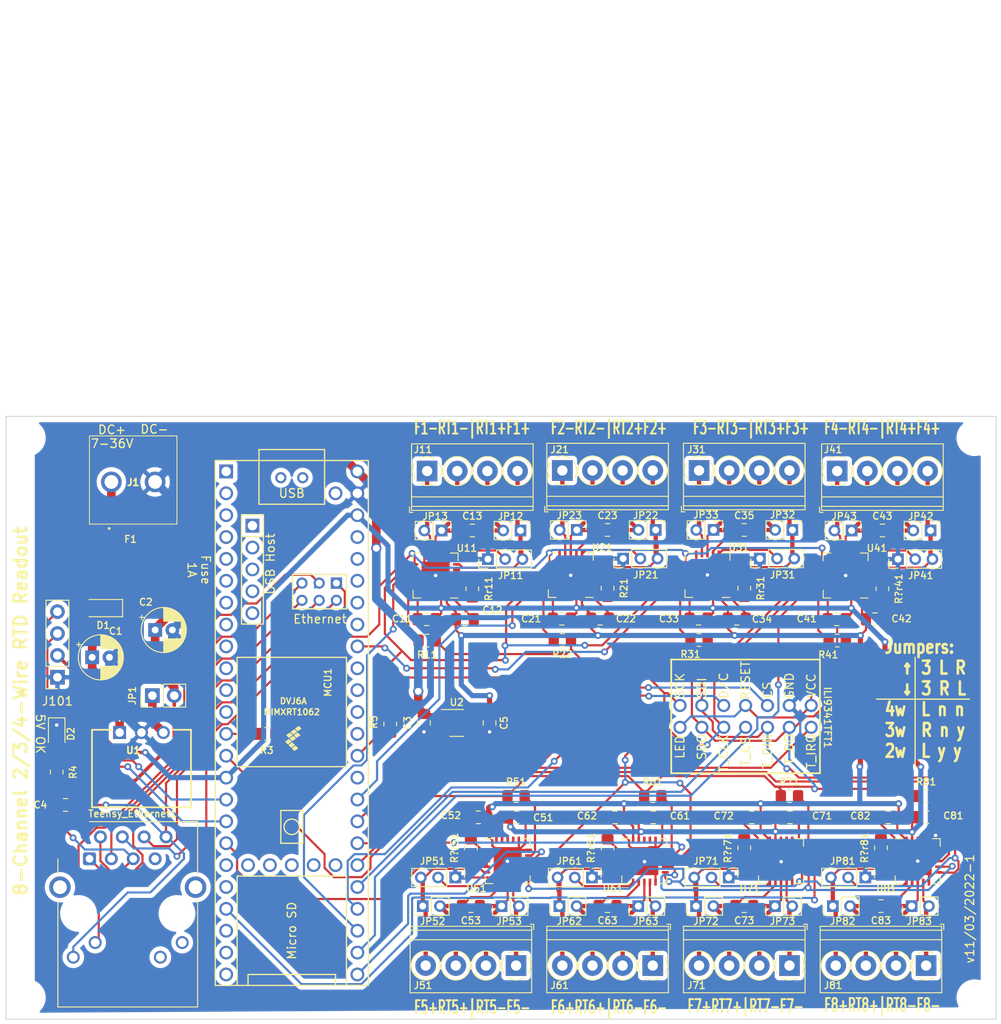
<source format=kicad_pcb>
(kicad_pcb (version 20211014) (generator pcbnew)
  (layers (0 "F.Cu" signal) (31 "B.Cu" signal) (34 "B.Paste" user) (35 "F.Paste" user) (36 "B.SilkS" user "B.Silkscreen") (37 "F.SilkS" user "F.Silkscreen") (38 "B.Mask" user) (39 "F.Mask" user) (44 "Edge.Cuts" user))
  (net 0 "")
  (net 3 "+3.3V")
  (net 7 "+5V")
  (net 8 "GND")
  (net 14 "/CS_3")
  (net 19 "Net-(MCU1-Pad35)")
  (net 32 "Net-(MCU1-Pad13)")
  (net 34 "/CS_2")
  (net 35 "/TFT_CS")
  (net 36 "/T_IRQ")
  (net 37 "/T_CS")
  (net 38 "/TFT_DC")
  (net 39 "/CS_1")
  (net 40 "/CS_4")
  (net 41 "/CS_5")
  (net 45 "/CS_7")
  (net 46 "/SDO")
  (net 48 "/CS_6")
  (net 50 "/CS_8")
  (net 51 "I2C_SCL")
  (net 52 "I2C_SDA")
  (net 53 "Net-(MCU1-Pad60)")
  (net 54 "Net-(MCU1-Pad65)")
  (net 55 "Net-(MCU1-Pad61)")
  (net 56 "Net-(MCU1-Pad63)")
  (net 57 "Net-(MCU1-Pad62)")
  (net 65 "Net-(C4-Pad1)")
  (net 66 "Net-(C4-Pad2)")
  (net 67 "/SDI")
  (net 68 "/CLK")
  (net 69 "Net-(C35-Pad1)")
  (net 70 "+3.3VA")
  (net 71 "Net-(C35-Pad2)")
  (net 72 "Net-(J11-Pad1)")
  (net 73 "Net-(J11-Pad4)")
  (net 74 "Net-(J21-Pad1)")
  (net 75 "Net-(J21-Pad4)")
  (net 76 "Net-(J31-Pad1)")
  (net 77 "Net-(J31-Pad4)")
  (net 78 "Net-(J41-Pad1)")
  (net 79 "Net-(R11-Pad2)")
  (net 80 "Net-(J41-Pad4)")
  (net 81 "Net-(J51-Pad1)")
  (net 82 "Net-(J51-Pad4)")
  (net 83 "Net-(J61-Pad1)")
  (net 84 "Net-(J61-Pad4)")
  (net 85 "Net-(J71-Pad1)")
  (net 86 "Net-(J71-Pad4)")
  (net 87 "Net-(J81-Pad1)")
  (net 88 "Net-(J81-Pad4)")
  (net 89 "Net-(R22-Pad2)")
  (net 90 "Net-(R?r41-Pad1)")
  (net 91 "Net-(R?r41-Pad2)")
  (net 92 "Net-(R?r51-Pad1)")
  (net 93 "Net-(R?r51-Pad2)")
  (net 97 "Net-(R?r61-Pad1)")
  (net 98 "Net-(R?r61-Pad2)")
  (net 99 "Net-(C43-Pad2)")
  (net 100 "Net-(C43-Pad1)")
  (net 101 "Net-(C53-Pad2)")
  (net 102 "Net-(C53-Pad1)")
  (net 103 "Net-(C63-Pad2)")
  (net 104 "Net-(C63-Pad1)")
  (net 105 "Net-(C73-Pad2)")
  (net 106 "Net-(C73-Pad1)")
  (net 107 "Net-(C83-Pad2)")
  (net 108 "Net-(C83-Pad1)")
  (net 109 "Net-(JP11-Pad2)")
  (net 110 "Net-(JP21-Pad2)")
  (net 111 "Net-(JP31-Pad2)")
  (net 112 "Net-(JP41-Pad2)")
  (net 113 "Net-(JP51-Pad2)")
  (net 114 "Net-(JP71-Pad2)")
  (net 115 "Net-(JP81-Pad2)")
  (net 116 "Net-(R?r71-Pad1)")
  (net 117 "Net-(C1-Pad1)")
  (net 118 "Net-(R?r71-Pad2)")
  (net 119 "Net-(R?r81-Pad1)")
  (net 120 "Net-(R?r81-Pad2)")
  (net 121 "Net-(R31-Pad2)")
  (net 122 "Net-(R41-Pad2)")
  (net 123 "Net-(R51-Pad2)")
  (net 124 "Net-(R61-Pad2)")
  (net 125 "Net-(R71-Pad2)")
  (net 126 "Net-(R81-Pad2)")
  (net 127 "Net-(JP61-Pad2)")
  (net 128 "Net-(C13-Pad1)")
  (net 129 "Net-(C13-Pad2)")
  (net 130 "Net-(C23-Pad1)")
  (net 131 "Net-(C23-Pad2)")
  (net 132 "Net-(Rr11-Pad1)")
  (net 133 "Net-(D1-Pad2)")
  (net 134 "Net-(F1-Pad2)")
  (net 135 "Net-(D2-Pad2)")
  (net 136 "Net-(Rr11-Pad2)")
  (net 138 "Net-(JP1-Pad1)")
  (net 156 "Net-(R21-Pad1)")
  (net 157 "Net-(R21-Pad2)")
  (net 158 "Net-(Rr31-Pad1)")
  (net 159 "Net-(Rr31-Pad2)")
  (footprint "Resistor_SMD:R_0805_2012Metric_Pad1.20x1.40mm_HandSolder" (layer "F.Cu") (at 144.16 62.5225 90)
    (fp_text reference "Rr11")
    (fp_text value "440R")
  )
  (footprint "Capacitor_SMD:C_0805_2012Metric_Pad1.18x1.45mm_HandSolder" (layer "F.Cu") (at 190.9175 66.0625)
    (fp_text reference "C42")
    (fp_text value "100n")
  )
  (footprint "Resistor_SMD:R_0805_2012Metric_Pad1.20x1.40mm_HandSolder" (layer "F.Cu") (at 149.24 86.595)
    (fp_text reference "R51")
    (fp_text value "22R")
  )
  (footprint "Capacitor_SMD:C_0805_2012Metric_Pad1.18x1.45mm_HandSolder" (layer "F.Cu") (at 149.3025 89.07 180)
    (fp_text reference "C51")
    (fp_text value "100n")
  )
  (footprint "Resistor_SMD:R_0805_2012Metric_Pad1.20x1.40mm_HandSolder" (layer "F.Cu") (at 196.865 86.595)
    (fp_text reference "R81")
    (fp_text value "22R")
  )
  (footprint "Capacitor_SMD:C_0805_2012Metric_Pad1.18x1.45mm_HandSolder" (layer "F.Cu") (at 174.8725 65.9975)
    (fp_text reference "C34")
    (fp_text value "100n")
  )
  (footprint "Connector_PinHeader_2.00mm:PinHeader_1x02_P2.00mm_Vertical" (layer "F.Cu") (at 186.025 99.375 90)
    (fp_text reference "JP82")
    (fp_text value "2w")
  )
  (footprint "Package_DFN_QFN:TQFN-20-1EP_5x5mm_P0.65mm_EP3.25x3.25mm" (layer "F.Cu") (at 180.01 94.15)
    (fp_text reference "U71")
    (fp_text value "MAX31865xTP")
  )
  (footprint "Connector_PinHeader_2.00mm:PinHeader_1x02_P2.00mm_Vertical" (layer "F.Cu") (at 154.275 99.375 90)
    (fp_text reference "JP62")
    (fp_text value "2w")
  )
  (footprint "Capacitor_SMD:C_0805_2012Metric_Pad1.18x1.45mm_HandSolder" (layer "F.Cu") (at 186.4725 66.0625)
    (fp_text reference "C41")
    (fp_text value "100n")
  )
  (footprint "Capacitor_SMD:C_0805_2012Metric_Pad1.18x1.45mm_HandSolder" (layer "F.Cu") (at 144.16 55.7575)
    (fp_text reference "C13")
    (fp_text value "100n")
  )
  (footprint "Connector_PinHeader_2.00mm:PinHeader_1x03_P2.00mm_Vertical" (layer "F.Cu") (at 177.55 59.0125 90)
    (fp_text reference "JP31")
    (fp_text value "3w:2+3")
  )
  (footprint "Resistor_SMD:R_0805_2012Metric_Pad1.20x1.40mm_HandSolder" (layer "F.Cu") (at 186.535 68.5375 180)
    (fp_text reference "R41")
    (fp_text value "22R")
  )
  (footprint "TerminalBlock_Phoenix:TerminalBlock_Phoenix_PT-1,5-4-3.5-H_1x04_P3.50mm_Horizontal" (layer "F.Cu") (at 165.115 106.28 180)
    (fp_text reference "J61")
    (fp_text value "Ch1")
  )
  (footprint "TerminalBlock_Phoenix:TerminalBlock_Phoenix_PT-1,5-4-3.5-H_1x04_P3.50mm_Horizontal" (layer "F.Cu") (at 138.91 48.8525)
    (fp_text reference "J11")
    (fp_text value "Ch1")
  )
  (footprint "Connector_PinHeader_2.00mm:PinHeader_1x02_P2.00mm_Vertical" (layer "F.Cu") (at 188.215 55.7575 -90)
    (fp_text reference "JP43")
    (fp_text value "2/3w")
  )
  (footprint "Connector_PinHeader_2.00mm:PinHeader_1x02_P2.00mm_Vertical" (layer "F.Cu") (at 181.33 55.6925 -90)
    (fp_text reference "JP32")
    (fp_text value "2w")
  )
  (footprint "Resistor_SMD:R_0805_2012Metric_Pad1.20x1.40mm_HandSolder" (layer "F.Cu") (at 175.74 62.4575 90)
    (fp_text reference "Rr31")
    (fp_text value "440R")
  )
  (footprint "MountingHole:MountingHole_3.2mm_M3_DIN965" (layer "F.Cu") (at 202.5 110 180)
    (fp_text reference "H3" hide)
    (fp_text value "MountingHole" hide)
  )
  (footprint "TerminalBlock_Phoenix:TerminalBlock_Phoenix_PT-1,5-4-3.5-H_1x04_P3.50mm_Horizontal" (layer "F.Cu") (at 196.865 106.28 180)
    (fp_text reference "J81")
    (fp_text value "Ch1")
  )
  (footprint "MountingHole:MountingHole_3.2mm_M3_DIN965" (layer "F.Cu") (at 92.5 45)
    (fp_text reference "H1" hide)
    (fp_text value "MountingHole" hide)
  )
  (footprint "Diode_SMD:D_SOD-123" (layer "F.Cu") (at 101.29 64.77 180)
    (fp_text reference "D1")
    (fp_text value "D" hide)
  )
  (footprint "ScrewTerminals:TB00750802BE" (layer "F.Cu") (at 102.235 50.115)
    (fp_text reference "J1")
    (fp_text value "Screw_Terminal_01x02" hide)
  )
  (footprint "Connector_PinHeader_2.00mm:PinHeader_1x02_P2.00mm_Vertical" (layer "F.Cu") (at 165.455 55.6925 -90)
    (fp_text reference "JP22")
    (fp_text value "2w")
  )
  (footprint "Connector_PinHeader_2.00mm:PinHeader_1x02_P2.00mm_Vertical" (layer "F.Cu") (at 179.31 99.375 90)
    (fp_text reference "JP73")
    (fp_text value "2/3w")
  )
  (footprint "Package_DFN_QFN:TQFN-20-1EP_5x5mm_P0.65mm_EP3.25x3.25mm" (layer "F.Cu") (at 195.885 94.15)
    (fp_text reference "U81")
    (fp_text value "MAX31865xTP")
  )
  (footprint "Resistor_SMD:R_0805_2012Metric_Pad1.20x1.40mm_HandSolder" (layer "F.Cu") (at 170.49 68.4725 180)
    (fp_text reference "R31")
    (fp_text value "22R")
  )
  (footprint "Capacitor_SMD:C_0805_2012Metric_Pad1.18x1.45mm_HandSolder" (layer "F.Cu") (at 175.74 55.6925)
    (fp_text reference "C35")
    (fp_text value "100n")
  )
  (footprint "Capacitor_SMD:C_0805_2012Metric_Pad1.18x1.45mm_HandSolder" (layer "F.Cu") (at 176.6075 89.07 180)
    (fp_text reference "C72")
    (fp_text value "100n")
  )
  (footprint "TerminalBlock_Phoenix:TerminalBlock_Phoenix_PT-1,5-4-3.5-H_1x04_P3.50mm_Horizontal" (layer "F.Cu") (at 170.49 48.7875)
    (fp_text reference "J31")
    (fp_text value "Ch1")
  )
  (footprint "Connector_PinHeader_2.54mm:PinHeader_1x02_P2.54mm_Vertical" (layer "F.Cu") (at 107 74.93 90)
    (fp_text reference "JP1")
    (fp_text value "PS")
  )
  (footprint "Capacitor_SMD:C_0805_2012Metric_Pad1.18x1.45mm_HandSolder" (layer "F.Cu") (at 159.865 99.375 180)
    (fp_text reference "C63")
    (fp_text value "100n")
  )
  (footprint "Resistor_SMD:R_0805_2012Metric_Pad1.20x1.40mm_HandSolder" (layer "F.Cu") (at 159.865 62.4575 90)
    (fp_text reference "R21")
    (fp_text value "440R")
  )
  (footprint "TerminalBlock_Phoenix:TerminalBlock_Phoenix_PT-1,5-4-3.5-H_1x04_P3.50mm_Horizontal" (layer "F.Cu") (at 154.615 48.7875)
    (fp_text reference "J21")
    (fp_text value "Ch1")
  )
  (footprint "Capacitor_SMD:C_0805_2012Metric_Pad1.18x1.45mm_HandSolder" (layer "F.Cu") (at 158.9975 65.9975)
    (fp_text reference "C22")
    (fp_text value "100n")
  )
  (footprint "Package_DFN_QFN:TQFN-20-1EP_5x5mm_P0.65mm_EP3.25x3.25mm" (layer "F.Cu") (at 187.515 60.9825 180)
    (fp_text reference "U41")
    (fp_text value "MAX31865xTP")
  )
  (footprint "MountingHole:MountingHole_3.2mm_M3_DIN965" (layer "F.Cu") (at 202.5 45 90)
    (fp_text reference "H2" hide)
    (fp_text value "MountingHole" hide)
  )
  (footprint "Connector_PinHeader_2.00mm:PinHeader_1x03_P2.00mm_Vertical" (layer "F.Cu") (at 193.595 59.0775 90)
    (fp_text reference "JP41")
    (fp_text value "3w:2+3")
  )
  (footprint "Package_DFN_QFN:TQFN-20-1EP_5x5mm_P0.65mm_EP3.25x3.25mm" (layer "F.Cu") (at 148.26 94.15)
    (fp_text reference "U51")
    (fp_text value "MAX31865xTP")
  )
  (footprint "Connector_PinHeader_2.00mm:PinHeader_1x02_P2.00mm_Vertical" (layer "F.Cu") (at 170.15 99.375 90)
    (fp_text reference "JP72")
    (fp_text value "2w")
  )
  (footprint "Resistor_SMD:R_0805_2012Metric_Pad1.20x1.40mm_HandSolder" (layer "F.Cu") (at 191.785 62.5225 90)
    (fp_text reference "R?r41")
    (fp_text value "440R")
  )
  (footprint "Capacitor_THT:CP_Radial_D5.0mm_P2.00mm" (layer "F.Cu") (at 100.0099 70.485)
    (fp_text reference "C1")
    (fp_text value "10u" hide)
  )
  (footprint "Resistor_SMD:R_0805_2012Metric_Pad1.20x1.40mm_HandSolder" (layer "F.Cu") (at 134.62 78.232 -90)
    (fp_text reference "R5")
    (fp_text value "22R" hide)
  )
  (footprint "Connector_PinHeader_2.00mm:PinHeader_1x03_P2.00mm_Vertical" (layer "F.Cu") (at 158.055 96.055 -90)
    (fp_text reference "JP61")
    (fp_text value "3w:2+3")
  )
  (footprint "ILI9341TFT:ILI9341TFT-RibbonCable" (layer "F.Cu") (at 175.895 76.835 180)
    (fp_text reference "ILI9341TFT1")
    (fp_text value "~")
  )
  (footprint "Package_TO_SOT_SMD:SOT-23-5" (layer "F.Cu") (at 142.35 78.105)
    (fp_text reference "U2")
    (fp_text value "NCP163ASN330T1G" hide)
  )
  (footprint "Teensy41:Teensy41" (layer "F.Cu") (at 123.19 78.105 -90)
    (fp_text reference "MCU1")
    (fp_text value "~")
  )
  (footprint "Package_DFN_QFN:TQFN-20-1EP_5x5mm_P0.65mm_EP3.25x3.25mm" (layer "F.Cu") (at 164.135 94.15)
    (fp_text reference "U61")
    (fp_text value "MAX31865xTP")
  )
  (footprint "Capacitor_SMD:C_0805_2012Metric_Pad1.18x1.45mm_HandSolder" (layer "F.Cu") (at 160.7325 89.07 180)
    (fp_text reference "C62")
    (fp_text value "100n")
  )
  (footprint "Capacitor_SMD:C_0805_2012Metric_Pad1.18x1.45mm_HandSolder" (layer "F.Cu") (at 170.4275 65.9975)
    (fp_text reference "C33")
    (fp_text value "100n")
  )
  (footprint "Capacitor_SMD:C_0805_2012Metric_Pad1.18x1.45mm_HandSolder" (layer "F.Cu") (at 165.1775 89.07 180)
    (fp_text reference "C61")
    (fp_text value "100n")
  )
  (footprint "Resistor_SMD:R_0805_2012Metric_Pad1.20x1.40mm_HandSolder" (layer "F.Cu") (at 175.74 92.61 -90)
    (fp_text reference "R?r71")
    (fp_text value "440R")
  )
  (footprint "Resistor_SMD:R_0805_2012Metric_Pad1.20x1.40mm_HandSolder" (layer "F.Cu") (at 165.115 86.595)
    (fp_text reference "R61")
    (fp_text value "22R")
  )
  (footprint "Capacitor_SMD:C_0805_2012Metric_Pad1.18x1.45mm_HandSolder" (layer "F.Cu") (at 143.99 99.375 180)
    (fp_text reference "C53")
    (fp_text value "100n")
  )
  (footprint "Capacitor_SMD:C_0805_2012Metric_Pad1.18x1.45mm_HandSolder" (layer "F.Cu") (at 191.615 99.375 180)
    (fp_text reference "C83")
    (fp_text value "100n")
  )
  (footprint "Capacitor_SMD:C_0805_2012Metric_Pad1.18x1.45mm_HandSolder" (layer "F.Cu") (at 159.865 55.6925)
    (fp_text reference "C23")
    (fp_text value "100n")
  )
  (footprint "Package_DFN_QFN:TQFN-20-1EP_5x5mm_P0.65mm_EP3.25x3.25mm" (layer "F.Cu") (at 155.595 60.9175 180)
    (fp_text reference "U21")
    (fp_text value "MAX31865xTP")
  )
  (footprint "Capacitor_SMD:C_0805_2012Metric_Pad1.18x1.45mm_HandSolder" (layer "F.Cu") (at 96.9225 87.63)
    (fp_text reference "C4")
    (fp_text value "100n")
  )
  (footprint "Connector_PinHeader_2.00mm:PinHeader_1x02_P2.00mm_Vertical" (layer "F.Cu") (at 140.59 55.7575 -90)
    (fp_text reference "JP13")
    (fp_text value "2/3w")
  )
  (footprint "Capacitor_SMD:C_0805_2012Metric_Pad1.18x1.45mm_HandSolder" (layer "F.Cu") (at 196.9275 89.0507 180)
    (fp_text reference "C81")
    (fp_text value "100n")
  )
  (footprint "LED_SMD:LED_0805_2012Metric_Pad1.15x1.40mm_HandSolder" (layer "F.Cu") (at 95.885 79.375 -90)
    (fp_text reference "D2")
    (fp_text value "LED 5VOK")
  )
  (footprint "Connector_PinHeader_2.00mm:PinHeader_1x03_P2.00mm_Vertical" (layer "F.Cu") (at 161.675 59.0125 90)
    (fp_text reference "JP21")
    (fp_text value "3w:2+3")
  )
  (footprint "Connector_PinHeader_2.00mm:PinHeader_1x02_P2.00mm_Vertical" (layer "F.Cu") (at 197.375 55.7575 -90)
    (fp_text reference "JP42")
    (fp_text value "2w")
  )
  (footprint "Package_DFN_QFN:TQFN-20-1EP_5x5mm_P0.65mm_EP3.25x3.25mm" (layer "F.Cu") (at 139.89 60.9825 180)
    (fp_text reference "U11")
    (fp_text value "MAX31865xTP")
  )
  (footprint "Connector_PinHeader_2.00mm:PinHeader_1x02_P2.00mm_Vertical" (layer "F.Cu") (at 156.295 55.6925 -90)
    (fp_text reference "JP23")
    (fp_text value "2/3w")
  )
  (footprint "Connector_PinHeader_2.00mm:PinHeader_1x02_P2.00mm_Vertical" (layer "F.Cu") (at 172.17 55.6925 -90)
    (fp_text reference "JP33")
    (fp_text value "2/3w")
  )
  (footprint "Resistor_SMD:R_0805_2012Metric_Pad1.20x1.40mm_HandSolder" (layer "F.Cu") (at 95.885 83.82 90)
    (fp_text reference "R4")
    (fp_text value "330R")
  )
  (footprint "Connector_PinHeader_2.00mm:PinHeader_1x02_P2.00mm_Vertical" (layer "F.Cu") (at 163.435 99.375 90)
    (fp_text reference "JP63")
    (fp_text value "2/3w")
  )
  (footprint "TerminalBlock_Phoenix:TerminalBlock_Phoenix_PT-1,5-4-3.5-H_1x04_P3.50mm_Horizontal" (layer "F.Cu") (at 149.24 106.28 180)
    (fp_text reference "J51")
    (fp_text value "Ch1")
  )
  (footprint "Connector_PinHeader_2.00mm:PinHeader_1x02_P2.00mm_Vertical" (layer "F.Cu") (at 195.185 99.375 90)
    (fp_text reference "JP83")
    (fp_text value "2/3w")
  )
  (footprint "TerminalBlock_Phoenix:TerminalBlock_Phoenix_PT-1,5-4-3.5-H_1x04_P3.50mm_Horizontal" (layer "F.Cu") (at 180.99 106.28 180)
    (fp_text reference "J71")
    (fp_text value "Ch1")
  )
  (footprint "Resistor_SMD:R_0805_2012Metric_Pad1.20x1.40mm_HandSolder" (layer "F.Cu") (at 120.285 79.375)
    (fp_text reference "R3")
    (fp_text value "22R")
  )
  (footprint "Capacitor_SMD:C_0805_2012Metric_Pad1.18x1.45mm_HandSolder" (layer "F.Cu") (at 138.54 78.105 -90)
    (fp_text reference "C3")
    (fp_text value "1u" hide)
  )
  (footprint "Capacitor_SMD:C_0805_2012Metric_Pad1.18x1.45mm_HandSolder" (layer "F.Cu") (at 191.785 55.7575)
    (fp_text reference "C43")
    (fp_text value "100n")
  )
  (footprint "Connector_PinHeader_2.00mm:PinHeader_1x02_P2.00mm_Vertical" (layer "F.Cu") (at 138.4 99.375 90)
    (fp_text reference "JP52")
    (fp_text value "2w")
  )
  (footprint "Connector_RJ:RJ45_Cetus_J1B1211CCD_Horizontal" (layer "F.Cu") (at 99.695 93.88)
    (fp_text reference "Teensy_Ethernet1")
    (fp_text value "~")
  )
  (footprint "Capacitor_SMD:C_0805_2012Metric_Pad1.18x1.45mm_HandSolder" (layer "F.Cu") (at 146.16 78.105 -90)
    (fp_text reference "C5")
    (fp_text value "1u" hide)
  )
  (footprint "TerminalBlock_Phoenix:TerminalBlock_Phoenix_PT-1,5-4-3.5-H_1x04_P3.50mm_Horizontal" (layer "F.Cu") (at 186.535 48.8525)
    (fp_text reference "J41")
    (fp_text value "Ch1")
  )
  (footprint "Capacitor_SMD:C_0805_2012Metric_Pad1.18x1.45mm_HandSolder" (layer "F.Cu") (at 144.8575 89.07 180)
    (fp_text reference "C52")
    (fp_text value "100n")
  )
  (footprint "Connector_PinHeader_2.00mm:PinHeader_1x02_P2.00mm_Vertical" (layer "F.Cu") (at 147.56 99.375 90)
    (fp_text reference "JP53")
    (fp_text value "2/3w")
  )
  (footprint "Capacitor_SMD:C_0805_2012Metric_Pad1.18x1.45mm_HandSolder" (layer "F.Cu") (at 154.5525 65.9975)
    (fp_text reference "C21")
    (fp_text value "100n")
  )
  (footprint "Connector_PinHeader_2.00mm:PinHeader_1x03_P2.00mm_Vertical" (layer "F.Cu") (at 189.805 96.055 -90)
    (fp_text reference "JP81")
    (fp_text value "3w:2+3")
  )
  (footprint "Connector_PinHeader_2.00mm:PinHeader_1x03_P2.00mm_Vertical" (layer "F.Cu") (at 173.93 96.055 -90)
    (fp_text reference "JP71")
    (fp_text value "3w:2+3")
  )
  (footprint "Resistor_SMD:R_0805_2012Metric_Pad1.20x1.40mm_HandSolder" (layer "F.Cu") (at 138.91 68.5375 180)
    (fp_text reference "R11")
    (fp_text value "22R")
  )
  (footprint "MeanWell-DC-DC:N78051C" (layer "F.Cu") (at 103.195 79.22)
    (fp_text reference "U1")
    (fp_text value "N7805" hide)
  )
  (footprint "Capacitor_SMD:C_0805_2012Metric_Pad1.18x1.45mm_HandSolder" (layer "F.Cu") (at 143.2925 66.0625)
    (fp_text reference "C12")
    (fp_text value "100n")
  )
  (footprint "Connector_PinHeader_2.00mm:PinHeader_1x03_P2.00mm_Vertical" (layer "F.Cu") (at 145.97 59.0775 90)
    (fp_text reference "JP11")
    (fp_text value "3w:2+3")
  )
  (footprint "Capacitor_SMD:C_0805_2012Metric_Pad1.18x1.45mm_HandSolder" (layer "F.Cu") (at 138.8475 66.0625)
    (fp_text reference "C11")
    (fp_text value "100n")
  )
  (footprint "Capacitor_SMD:C_0805_2012Metric_Pad1.18x1.45mm_HandSolder" (layer "F.Cu") (at 175.74 99.375 180)
    (fp_text reference "C73")
    (fp_text value "100n")
  )
  (footprint "MountingHole:MountingHole_3.2mm_M3_DIN965" (layer "F.Cu") (at 92.5 110 90)
    (fp_text reference "H4" hide)
    (fp_text value "MountingHole" hide)
  )
  (footprint "Resistor_SMD:R_0805_2012Metric_Pad1.20x1.40mm_HandSolder" (layer "F.Cu") (at 159.865 92.61 -90)
    (fp_text reference "R?r61")
    (fp_text value "440R")
  )
  (footprint "Capacitor_THT:CP_Radial_D5.0mm_P2.00mm" (layer "F.Cu") (at 107.3199 67.31)
    (fp_text reference "C2")
    (fp_text value "22u")
  )
  (footprint "Capacitor_SMD:C_0805_2012Metric_Pad1.18x1.45mm_HandSolder" (layer "F.Cu") (at 181.0525 89.07 180)
    (fp_text reference "C71")
    (fp_text value "100n")
  )
  (footprint "Package_DFN_QFN:TQFN-20-1EP_5x5mm_P0.65mm_EP3.25x3.25mm" (layer "F.Cu") (at 171.47 60.9175 180)
    (fp_text reference "U31")
    (fp_text value "MAX31865xTP")
  )
  (footprint "Resistor_SMD:R_0805_2012Metric_Pad1.20x1.40mm_HandSolder" (layer "F.Cu") (at 143.99 92.61 -90)
    (fp_text reference "R?r51")
    (fp_text value "440R")
  )
  (footprint "Capacitor_SMD:C_0805_2012Metric_Pad1.18x1.45mm_HandSolder" (layer "F.Cu") (at 192.4825 89.07 180)
    (fp_text reference "C82")
    (fp_text value "100n")
  )
  (footprint "Resistor_SMD:R_0805_2012Metric_Pad1.20x1.40mm_HandSolder" (layer "F.Cu") (at 180.99 86.595)
    (fp_text reference "R71")
    (fp_text value "22R")
  )
  (footprint "Connector_PinHeader_2.00mm:PinHeader_1x02_P2.00mm_Vertical" (layer "F.Cu") (at 149.75 55.7575 -90)
    (fp_text reference "JP12")
    (fp_text value "2w")
  )
  (footprint "SMD-Fuse:smd_fuse" (layer "F.Cu") (at 104.465 60.325)
    (fp_text reference "F1")
    (fp_text value "1A")
  )
  (footprint "Connector_PinSocket_2.54mm:PinSocket_1x04_P2.54mm_Vertical" (layer "F.Cu") (at 95.975 72.8 180)
    (fp_text reference "J101")
    (fp_text value "OLED Display I2C")
  )
  (footprint "Resistor_SMD:R_0805_2012Metric_Pad1.20x1.40mm_HandSolder" (layer "F.Cu") (at 191.615 92.61 -90)
    (fp_text reference "R?r81")
    (fp_text value "440R")
  )
  (footprint "Resistor_SMD:R_0805_2012Metric_Pad1.20x1.40mm_HandSolder" (layer "F.Cu") (at 154.615 68.4725 180)
    (fp_text reference "R22")
    (fp_text value "22R")
  )
  (footprint "Connector_PinHeader_2.00mm:PinHeader_1x03_P2.00mm_Vertical" (layer "F.Cu") (at 142.18 96.055 -90)
    (fp_text reference "JP51")
    (fp_text value "3w:2+3")
  )
  (gr_line (start 191.0969 75.3364) (end 201.8919 75.3364) (layer "F.SilkS") (width 0.15))
  (gr_line (start 195.58 70.485) (end 195.58 83.185) (layer "F.SilkS") (width 0.15))
  (gr_rect (start 90 42.5) (end 205 112.5) (layer "Edge.Cuts") (width 0.1) (fill none))
  (gr_text "8-Channel 2/3/4-Wire RTD Readout" (at 91.694 76.708 90) (layer "F.SilkS") (effects (font (size 1.5 1.5) (thickness 0.3))))
  (gr_text "DC+\n7-36V" (at 102.3112 44.8564) (layer "F.SilkS") (effects (font (size 1 1))))
  (gr_text "F1-RT1-|RT1+F1+" (at 144.145 43.815) (layer "F.SilkS") (effects (font (size 1.5 0.9) (thickness 0.225))))
  (gr_text "DC-" (at 107.2388 43.9928) (layer "F.SilkS") (effects (font (size 1 1))))
  (gr_text "Fuse\n1A" (at 112.395 60.325 270) (layer "F.SilkS") (effects (font (size 1 1))))
  (gr_text "5V OK" (at 93.98 79.375 270) (layer "F.SilkS") (effects (font (size 1 1))))
  (gr_text "F4-RT4-|RT4+F4+" (at 191.77 43.815) (layer "F.SilkS") (effects (font (size 1.5 0.9) (thickness 0.225))))
  (gr_text "F5+RT5+|RT5-F5-" (at 144.145 111.125) (layer "F.SilkS") (effects (font (size 1.5 0.9) (thickness 0.225))))
  (gr_text "Jumpers:\n  ↑ 3 L R \n  ↓ 3 R L \n4w  L n n\n3w  R n y\n2w  L y y" (at 191.897 75.311) (layer "F.SilkS") (effects (font (size 1.5 1.2) (thickness 0.3)) (justify left)))
  (gr_text "F6+RT6+|RT6-F6-" (at 160.02 111.125) (layer "F.SilkS") (effects (font (size 1.5 0.9) (thickness 0.225))))
  (gr_text "v11/03/2022-1" (at 201.93 99.695 90) (layer "F.SilkS") (effects (font (size 1 1))))
  (gr_text "F2-RT2-|RT2+F2+" (at 160.02 43.815) (layer "F.SilkS") (effects (font (size 1.5 0.9) (thickness 0.225))))
  (gr_text "F7+RT7+|RT7-F7-" (at 175.895 110.998) (layer "F.SilkS") (effects (font (size 1.5 0.9) (thickness 0.225))))
  (gr_text "F8+RT8+|RT8-F8-" (at 191.77 110.871) (layer "F.SilkS") (effects (font (size 1.5 0.9) (thickness 0.225))))
  (gr_text "F3-RT3-|RT3+F3+" (at 176.53 43.815) (layer "F.SilkS") (effects (font (size 1.5 0.9) (thickness 0.225))))
  (segment (start 163.54 90.515) (end 163.765 90.7401) (width 0.25) (layer "F.Cu") (net 3))
  (segment (start 95.975 70.26) (end 100.33 74.615) (width 0.4) (layer "F.Cu") (net 3))
  (segment (start 163.485 90.515) (end 163.54 90.515) (width 0.25) (layer "F.Cu") (net 3))
  (segment (start 140.54 63.42) (end 140.54 64.565) (width 0.25) (layer "F.Cu") (net 3))
  (segment (start 140.54 64.565) (end 140.54 64.770001) (width 0.25) (layer "F.Cu") (net 3))
  (segment (start 156.245 64.77) (end 156.245 64.735) (width 0.25) (layer "F.Cu") (net 3))
  (segment (start 103.124 81.534) (end 106.172 81.534) (width 0.4) (layer "F.Cu") (net 3))
  (segment (start 140.54 65.4075) (end 139.885 66.0625) (width 0.25) (layer "F.Cu") (net 3))
  (segment (start 192.0875 79.0575) (end 192.0875 68.692496) (width 0.6) (layer "F.Cu") (net 3))
  (segment (start 163.485 89.725) (end 164.14 89.07) (width 0.25) (layer "F.Cu") (net 3))
  (segment (start 195.235 91.7125) (end 195.235 89.725) (width 0.25) (layer "F.Cu") (net 3))
  (segment (start 148.59 89.395) (end 148.265 89.07) (width 0.6) (layer "F.Cu") (net 3))
  (segment (start 183.515 76.073) (end 182.118 77.47) (width 0.25) (layer "F.Cu") (net 3))
  (segment (start 100.33 78.74) (end 103.124 81.534) (width 0.4) (layer "F.Cu") (net 3))
  (segment (start 188.165 63.93) (end 188.165 65.4075) (width 0.25) (layer "F.Cu") (net 3))
  (segment (start 188.165 65.4075) (end 187.51 66.0625) (width 0.25) (layer "F.Cu") (net 3))
  (segment (start 100.33 74.615) (end 100.33 78.74) (width 0.4) (layer "F.Cu") (net 3))
  (segment (start 156.245 63.355) (end 156.245 64.77) (width 0.25) (layer "F.Cu") (net 3))
  (segment (start 186.535 71.9625) (end 183.515 74.9825) (width 0.25) (layer "F.Cu") (net 3))
  (segment (start 172.12 64.77) (end 172.12 63.355) (width 0.25) (layer "F.Cu") (net 3))
  (segment (start 156.245 65.3425) (end 155.59 65.9975) (width 0.25) (layer "F.Cu") (net 3))
  (segment (start 177.292 77.47) (end 175.895 76.073) (width 0.25) (layer "F.Cu") (net 3))
  (segment (start 179.36 90.714) (end 179.36 89.725) (width 0.25) (layer "F.Cu") (net 3))
  (segment (start 172.12 64.77) (end 172.12 65.3425) (width 0.25) (layer "F.Cu") (net 3))
  (segment (start 156.245 64.77) (end 156.245 65.3425) (width 0.25) (layer "F.Cu") (net 3))
  (segment (start 163.485 90.515) (end 163.485 89.725) (width 0.25) (layer "F.Cu") (net 3))
  (segment (start 195.235 90.4281) (end 195.235 90.769) (width 0.25) (layer "F.Cu") (net 3))
  (segment (start 147.61 89.725) (end 148.265 89.07) (width 0.25) (layer "F.Cu") (net 3))
  (segment (start 172.12 65.3425) (end 171.465 65.9975) (width 0.25) (layer "F.Cu") (net 3))
  (segment (start 172.12 64.77) (end 172.085 64.77) (width 0.25) (layer "F.Cu") (net 3))
  (segment (start 182.118 77.47) (end 177.292 77.47) (width 0.25) (layer "F.Cu") (net 3))
  (segment (start 163.485 91.7125) (end 163.485 90.515) (width 0.25) (layer "F.Cu") (net 3))
  (segment (start 186.535 67.0375) (end 186.535 71.9625) (width 0.25) (layer "F.Cu") (net 3))
  (segment (start 187.51 66.0625) (end 186.535 67.0375) (width 0.25) (layer "F.Cu") (net 3))
  (segment (start 188.165 63.42) (end 188.165 63.93) (width 0.25) (layer "F.Cu") (net 3))
  (segment (start 195.235 89.725) (end 195.89 89.07) (width 0.25) (layer "F.Cu") (net 3))
  (segment (start 148.59 90.17) (end 148.59 89.395) (width 0.6) (layer "F.Cu") (net 3))
  (segment (start 147.61 91.7125) (end 147.61 89.725) (width 0.25) (layer "F.Cu") (net 3))
  (segment (start 183.515 74.9825) (end 183.515 76.073) (width 0.25) (layer "F.Cu") (net 3))
  (segment (start 179.36 89.725) (end 180.015 89.07) (width 0.25) (layer "F.Cu") (net 3))
  (segment (start 179.36 91.7125) (end 179.36 90.714) (width 0.25) (layer "F.Cu") (net 3))
  (segment (start 140.54 64.565) (end 140.54 65.4075) (width 0.25) (layer "F.Cu") (net 3))
  (segment (start 196.240999 83.210999) (end 192.0875 79.0575) (width 0.6) (layer "F.Cu") (net 3))
  (via (at 156.245 64.735) (size 0.8) (drill 0.4) (layers "F.Cu" "B.Cu") (net 3))
  (via (at 106.172 81.534) (size 0.8) (drill 0.4) (layers "F.Cu" "B.Cu") (net 3))
  (via (at 192.0875 68.692496) (size 0.8) (drill 0.4) (layers "F.Cu" "B.Cu") (net 3))
  (via (at 179.36 90.714) (size 0.8) (drill 0.4) (layers "F.Cu" "B.Cu") (net 3))
  (via (at 163.765 90.7401) (size 0.8) (drill 0.4) (layers "F.Cu" "B.Cu") (net 3))
  (via (at 148.59 90.17) (size 0.8) (drill 0.4) (layers "F.Cu" "B.Cu") (net 3))
  (via (at 172.085 64.77) (size 0.8) (drill 0.4) (layers "F.Cu" "B.Cu") (net 3))
  (via (at 196.240999 83.210999) (size 0.8) (drill 0.4) (layers "F.Cu" "B.Cu") (net 3))
  (via (at 188.165002 64.77) (size 0.8) (drill 0.4) (layers "F.Cu" "B.Cu") (net 3))
  (via (at 140.54 64.770001) (size 0.8) (drill 0.4) (layers "F.Cu" "B.Cu") (net 3))
  (via (at 195.235 90.769) (size 0.8) (drill 0.4) (layers "F.Cu" "B.Cu") (net 3))
  (segment (start 196.240999 89.763001) (end 195.235 90.769) (width 0.6) (layer "B.Cu") (net 3))
  (segment (start 129.67863 53.975) (end 119.9208 63.73283) (width 0.6) (layer "B.Cu") (net 3))
  (segment (start 163.0059 90.7401) (end 177.9919 90.7401) (width 0.6) (layer "B.Cu") (net 3))
  (segment (start 179.3339 90.7401) (end 179.36 90.714) (width 0.6) (layer "B.Cu") (net 3))
  (segment (start 172.085 64.77) (end 188.165002 64.77) (width 0.6) (layer "B.Cu") (net 3))
  (segment (start 175.895 76.073) (end 174.625 77.343) (width 0.25) (layer "B.Cu") (net 3))
  (segment (start 115.57 84.455) (end 109.093 84.455) (width 0.6) (layer "B.Cu") (net 3))
  (segment (start 134.366 62.611) (end 136.525 64.77) (width 0.6) (layer "B.Cu") (net 3))
  (segment (start 119.9208 63.73283) (end 119.9208 80.1042) (width 0.6) (layer "B.Cu") (net 3))
  (segment (start 119.9208 80.1042) (end 115.57 84.455) (width 0.6) (layer "B.Cu") (net 3))
  (segment (start 130.81 53.975) (end 129.67863 53.975) (width 0.6) (layer "B.Cu") (net 3))
  (segment (start 130.81 53.975) (end 134.366 57.531) (width 0.6) (layer "B.Cu") (net 3))
  (segment (start 149.16 90.7401) (end 148.59 90.17) (width 0.6) (layer "B.Cu") (net 3))
  (segment (start 195.2061 90.7401) (end 195.235 90.769) (width 0.6) (layer "B.Cu") (net 3))
  (segment (start 163.765 90.7401) (end 163.0059 90.7401) (width 0.6) (layer "B.Cu") (net 3))
  (segment (start 163.0059 90.7401) (end 149.16 90.7401) (width 0.6) (layer "B.Cu") (net 3))
  (segment (start 156.21 64.77) (end 172.085 64.77) (width 0.6) (layer "B.Cu") (net 3))
  (segment (start 177.9919 90.7401) (end 195.2061 90.7401) (width 0.6) (layer "B.Cu") (net 3))
  (segment (start 134.366 57.531) (end 134.366 62.611) (width 0.6) (layer "B.Cu") (net 3))
  (segment (start 177.9919 90.7401) (end 179.3339 90.7401) (width 0.6) (layer "B.Cu") (net 3))
  (segment (start 196.240999 83.210999) (end 196.240999 89.763001) (width 0.6) (layer "B.Cu") (net 3))
  (segment (start 169.545 77.343) (end 168.275 78.613) (width 0.25) (layer "B.Cu") (net 3))
  (segment (start 156.21 64.77) (end 140.54 64.770001) (width 0.6) (layer "B.Cu") (net 3))
  (segment (start 136.525 64.77) (end 140.54 64.770001) (width 0.6) (layer "B.Cu") (net 3))
  (segment (start 109.093 84.455) (end 106.172 81.534) (width 0.6) (layer "B.Cu") (net 3))
  (segment (start 156.21 64.77) (end 156.245 64.735) (width 0.6) (layer "B.Cu") (net 3))
  (segment (start 188.165002 64.77) (end 192.0875 68.692496) (width 0.6) (layer "B.Cu") (net 3))
  (segment (start 174.625 77.343) (end 169.545 77.343) (width 0.25) (layer "B.Cu") (net 3))
  (segment (start 104.991622 84.82) (end 109.54 80.271622) (width 0.4) (layer "F.Cu") (net 7))
  (segment (start 107.32 69.5797) (end 107.32 68.4448) (width 0.4) (layer "F.Cu") (net 7))
  (segment (start 95.885 84.82) (end 104.991622 84.82) (width 0.4) (layer "F.Cu") (net 7))
  (segment (start 138.628 77.155) (end 141.2125 77.155) (width 0.4) (layer "F.Cu") (net 7))
  (segment (start 137.880889 76.408389) (end 137.880889 74.425668) (width 1) (layer "F.Cu") (net 7))
  (segment (start 113.03 45.72) (end 127.635 45.72) (width 1) (layer "F.Cu") (net 7))
  (segment (start 107.32 69.5798) (end 107.32 69.5797) (width 1) (layer "F.Cu") (net 7))
  (segment (start 107.32 67.188579) (end 113.03 61.478579) (width 1) (layer "F.Cu") (net 7))
  (segment (start 127.635 45.72) (end 130.81 48.895) (width 1) (layer "F.Cu") (net 7))
  (segment (start 109.54 80.271622) (end 109.54 74.93) (width 0.4) (layer "F.Cu") (net 7))
  (segment (start 107.32 69.5797) (end 107.32 68.4448) (width 1) (layer "F.Cu") (net 7))
  (segment (start 141.2125 77.155) (end 141.703 77.155) (width 0.4) (layer "F.Cu") (net 7))
  (segment (start 138.54 77.0675) (end 137.880889 76.408389) (width 1) (layer "F.Cu") (net 7))
  (segment (start 142.275 78.4828) (end 141.703 79.055) (width 0.4) (layer "F.Cu") (net 7))
  (segment (start 107.32 68.4448) (end 107.32 67.938) (width 1) (layer "F.Cu") (net 7))
  (segment (start 141.703 79.055) (end 141.2125 79.055) (width 0.4) (layer "F.Cu") (net 7))
  (segment (start 107.32 71.7284) (end 107.32 69.5798) (width 1) (layer "F.Cu") (net 7))
  (segment (start 107.32 68.4448) (end 107.32 67.938) (width 0.4) (layer "F.Cu") (net 7))
  (segment (start 113.03 61.478579) (end 113.03 45.72) (width 1) (layer "F.Cu") (net 7))
  (segment (start 107.32 67.938) (end 107.32 67.6846) (width 0.4) (layer "F.Cu") (net 7))
  (segment (start 109.54 74.93) (end 109.54 73.9485) (width 1) (layer "F.Cu") (net 7))
  (segment (start 133.006 51.091) (end 133.006 57.8134) (width 1) (layer "F.Cu") (net 7))
  (segment (start 142.275 77.7272) (end 142.275 78.4828) (width 0.4) (layer "F.Cu") (net 7))
  (segment (start 107.32 69.5798) (end 107.32 69.5797) (width 0.4) (layer "F.Cu") (net 7))
  (segment (start 107.32 67.938) (end 107.32 67.6846) (width 1) (layer "F.Cu") (net 7))
  (segment (start 141.703 77.155) (end 142.275 77.7272) (width 0.4) (layer "F.Cu") (net 7))
  (segment (start 109.54 73.9485) (end 107.32 71.7284) (width 1) (layer "F.Cu") (net 7))
  (segment (start 107.32 67.6846) (end 107.32 67.188579) (width 1) (layer "F.Cu") (net 7))
  (segment (start 130.81 48.895) (end 133.006 51.091) (width 1) (layer "F.Cu") (net 7))
  (via (at 137.880889 74.425668) (size 1.2) (drill 0.8) (layers "F.Cu" "B.Cu") (net 7))
  (via (at 133.006 57.8134) (size 1.2) (drill 0.8) (layers "F.Cu" "B.Cu") (net 7))
  (segment (start 137.880889 68.560963) (end 137.880889 74.425668) (width 1) (layer "B.Cu") (net 7))
  (segment (start 133.006 63.686074) (end 137.880889 68.560963) (width 1) (layer "B.Cu") (net 7))
  (segment (start 133.006 57.8134) (end 133.006 63.686074) (width 1) (layer "B.Cu") (net 7))
  (segment (start 175.57 89.71) (end 175.57 89.07) (width 0.25) (layer "F.Cu") (net 8))
  (segment (start 139.89 60.9825) (end 141.665 62.7575) (width 0.25) (layer "F.Cu") (net 8))
  (segment (start 181.31 92.85) (end 182.09 92.07) (width 0.25) (layer "F.Cu") (net 8))
  (segment (start 182.09 91.9527) (end 182.09 89.07) (width 0.25) (layer "F.Cu") (net 8))
  (segment (start 157.5 59.0125) (end 161.675 59.0125) (width 0.25) (layer "F.Cu") (net 8))
  (segment (start 186.215 59.3701) (end 187.671 60.8262) (width 0.25) (layer "F.Cu") (net 8))
  (segment (start 181.31 96.5875) (end 181.31 95.7623) (width 0.25) (layer "F.Cu") (net 8))
  (segment (start 164.729 92.5376) (end 163.626 93.6408) (width 0.25) (layer "F.Cu") (net 8))
  (segment (start 153.158 62.2175) (end 154.295 62.2175) (width 0.25) (layer "F.Cu") (net 8))
  (segment (start 154.295 62.5298) (end 154.295 62.2175) (width 0.25) (layer "F.Cu") (net 8))
  (segment (start 195.729 94.3061) (end 193.98 96.055) (width 0.25) (layer "F.Cu") (net 8))
  (segment (start 186.215 63.42) (end 186.215 62.2825) (width 0.25) (layer "F.Cu") (net 8))
  (segment (start 170.17 59.3051) (end 170.17 59.6175) (width 0.25) (layer "F.Cu") (net 8))
  (segment (start 186.215 62.2825) (end 185.435 63.0625) (width 0.25) (layer "F.Cu") (net 8))
  (segment (start 182.09 92.07) (end 182.09 91.9527) (width 0.25) (layer "F.Cu") (net 8))
  (segment (start 170.17 58.48) (end 170.17 59.3051) (width 0.25) (layer "F.Cu") (net 8))
  (segment (start 166.572 92.85) (end 165.435 92.85) (width 0.25) (layer "F.Cu") (net 8))
  (segment (start 197.185 91.7125) (end 197.185 92.85) (width 0.25) (layer "F.Cu") (net 8))
  (segment (start 171.47 60.9175) (end 175.91 65.3575) (width 0.25) (layer "F.Cu") (net 8))
  (segment (start 170.17 63.355) (end 170.17 62.2175) (width 0.25) (layer "F.Cu") (net 8))
  (segment (start 187.671 60.8262) (end 189.42 59.0775) (width 0.25) (layer "F.Cu") (net 8))
  (segment (start 160.035 65.3571) (end 160.035 65.9975) (width 0.25) (layer "F.Cu") (net 8))
  (segment (start 197.185 95.7623) (end 195.729 94.3062) (width 0.25) (layer "F.Cu") (net 8))
  (segment (start 150.34 92.07) (end 150.34 89.07) (width 0.25) (layer "F.Cu") (net 8))
  (segment (start 197.965 91.1605) (end 197.965 89.07) (width 0.25) (layer "F.Cu") (net 8))
  (segment (start 181.31 95.7623) (end 181.31 95.45) (width 0.25) (layer "F.Cu") (net 8))
  (segment (start 137.81 63.0625) (end 137.81 66.0625) (width 0.25) (layer "F.Cu") (net 8))
  (segment (start 153.515 62.9975) (end 153.515 65.9975) (width 0.25) (layer "F.Cu") (net 8))
  (segment (start 197.185 96.5875) (end 197.185 95.7623) (width 0.25) (layer "F.Cu") (net 8))
  (segment (start 175.91 65.3575) (end 175.91 65.9975) (width 0.25) (layer "F.Cu") (net 8))
  (segment (start 154.295 58.48) (end 154.295 59.6175) (width 0.25) (layer "F.Cu") (net 8))
  (segment (start 149.56 95.7623) (end 149.56 95.45) (width 0.25) (layer "F.Cu") (net 8))
  (segment (start 163.626 93.6408) (end 162.36 92.375) (width 0.25) (layer "F.Cu") (net 8))
  (segment (start 154.295 62.5298) (end 157.2077 62.5298) (width 0.25) (layer "F.Cu") (net 8))
  (segment (start 154.295 62.5298) (end 155.727 61.0974) (width 0.25) (layer "F.Cu") (net 8))
  (segment (start 186.215 59.3701) (end 186.215 59.6825) (width 0.25) (layer "F.Cu") (net 8))
  (segment (start 166.215 92.07) (end 166.215 89.07) (width 0.25) (layer "F.Cu") (net 8))
  (segment (start 169.0325 62.2175) (end 170.17 62.2175) (width 0.25) (layer "F.Cu") (net 8))
  (segment (start 138.59 58.545) (end 138.59 59.3701) (width 0.25) (layer "F.Cu") (net 8))
  (segment (start 185.435 63.0625) (end 185.435 66.0625) (width 0.25) (layer "F.Cu") (net 8))
  (segment (start 189.42 59.0775) (end 193.595 59.0775) (width 0.25) (layer "F.Cu") (net 8))
  (segment (start 138.942 78.74) (end 139.81 78.74) (width 0.25) (layer "F.Cu") (net 8))
  (segment (start 191.955 66.0625) (end 191.955 65.4228) (width 0.25) (layer "F.Cu") (net 8))
  (segment (start 163.979 94.3061) (end 162.23 96.055) (width 0.25) (layer "F.Cu") (net 8))
  (segment (start 165.435 96.5875) (end 165.435 95.7623) (width 0.25) (layer "F.Cu") (net 8))
  (segment (start 191.955 65.4228) (end 188.684 62.1518) (width 0.25) (layer "F.Cu") (net 8))
  (segment (start 141.795 59.0775) (end 145.97 59.0775) (width 0.25) (layer "F.Cu") (net 8))
  (segment (start 193.98 96.055) (end 189.805 96.055) (width 0.25) (layer "F.Cu") (net 8))
  (segment (start 148.104 94.3062) (end 146.355 96.055) (width 0.25) (layer "F.Cu") (net 8))
  (segment (start 197.185 95.7623) (end 197.185 95.45) (width 0.25) (layer "F.Cu") (net 8))
  (segment (start 146.355 96.055) (end 142.18 96.055) (width 0.25) (layer "F.Cu") (net 8))
  (segment (start 197.965 92.07) (end 197.965 91.1605) (width 0.25) (layer "F.Cu") (net 8))
  (segment (start 149.56 95.7623) (end 148.104 94.3063) (width 0.25) (layer "F.Cu") (net 8))
  (segment (start 197.185 92.85) (end 197.965 92.07) (width 0.25) (layer "F.Cu") (net 8))
  (segment (start 198.322 92.85) (end 197.185 92.85) (width 0.25) (layer "F.Cu") (net 8))
  (segment (start 140.445 78.105) (end 141.212 78.105) (width 0.25) (layer "F.Cu") (net 8))
  (segment (start 148.26 94.15) (end 146.485 92.375) (width 0.25) (layer "F.Cu") (net 8))
  (segment (start 195.885 94.15) (end 191.445 89.71) (width 0.25) (layer "F.Cu") (net 8))
  (segment (start 171.626 60.7613) (end 173.375 59.0125) (width 0.25) (layer "F.Cu") (net 8))
  (segment (start 137.4525 62.2825) (end 138.59 62.2825) (width 0.25) (layer "F.Cu") (net 8))
  (segment (start 138.59 59.3701) (end 138.59 59.6825) (width 0.25) (layer "F.Cu") (net 8))
  (segment (start 165.747 92.5376) (end 164.729 92.5376) (width 0.25) (layer "F.Cu") (net 8))
  (segment (start 169.39 62.9975) (end 169.39 65.9975) (width 0.25) (layer "F.Cu") (net 8))
  (segment (start 181.31 91.7125) (end 181.31 92.85) (width 0.25) (layer "F.Cu") (net 8))
  (segment (start 165.435 95.7623) (end 165.435 95.45) (width 0.25) (layer "F.Cu") (net 8))
  (segment (start 154.295 63.355) (end 154.295 62.5298) (width 0.25) (layer "F.Cu") (net 8))
  (segment (start 155.595 60.9175) (end 157.5 59.0125) (width 0.25) (layer "F.Cu") (net 8))
  (segment (start 146.485 91.735) (end 143.82 89.07) (width 0.25) (layer "F.Cu") (net 8))
  (segment (start 154.295 62.2175) (end 153.515 62.9975) (width 0.25) (layer "F.Cu") (net 8))
  (segment (start 149.56 96.5875) (end 149.56 95.7623) (width 0.25) (layer "F.Cu") (net 8))
  (segment (start 165.435 92.85) (end 165.747 92.5376) (width 0.25) (layer "F.Cu") (net 8))
  (segment (start 141.665 63.3975) (end 144.33 66.0625) (width 0.25) (layer "F.Cu") (net 8))
  (segment (start 138.59 62.2825) (end 137.81 63.0625) (width 0.25) (layer "F.Cu") (net 8))
  (segment (start 182.4475 92.85) (end 181.31 92.85) (width 0.25) (layer "F.Cu") (net 8))
  (segment (start 139.81 78.74) (end 140.445 78.105) (width 0.25) (layer "F.Cu") (net 8))
  (segment (start 181.31 95.7623) (end 179.895 94.3474) (width 0.25) (layer "F.Cu") (net 8))
  (segment (start 138.59 63.42) (end 138.59 62.2825) (width 0.25) (layer "F.Cu") (net 8))
  (segment (start 170.17 62.2175) (end 169.39 62.9975) (width 0.25) (layer "F.Cu") (net 8))
  (segment (start 165.435 91.7125) (end 165.435 92.85) (width 0.25) (layer "F.Cu") (net 8))
  (segment (start 162.23 96.055) (end 158.055 96.055) (width 0.25) (layer "F.Cu") (net 8))
  (segment (start 165.435 95.7623) (end 163.979 94.3062) (width 0.25) (layer "F.Cu") (net 8))
  (segment (start 180.01 94.15) (end 175.57 89.71) (width 0.25) (layer "F.Cu") (net 8))
  (segment (start 162.36 91.735) (end 159.695 89.07) (width 0.25) (layer "F.Cu") (net 8))
  (segment (start 186.215 58.545) (end 186.215 59.3701) (width 0.25) (layer "F.Cu") (net 8))
  (segment (start 173.375 59.0125) (end 177.55 59.0125) (width 0.25) (layer "F.Cu") (net 8))
  (segment (start 185.078 62.2825) (end 186.215 62.2825) (width 0.25) (layer "F.Cu") (net 8))
  (segment (start 165.747 92.5376) (end 166.215 92.07) (width 0.25) (layer "F.Cu") (net 8))
  (segment (start 157.2077 62.5298) (end 160.035 65.3571) (width 0.25) (layer "F.Cu") (net 8))
  (segment (start 149.56 91.7125) (end 149.56 92.85) (width 0.25) (layer "F.Cu") (net 8))
  (segment (start 138.59 59.3701) (end 140.046 60.8263) (width 0.25) (layer "F.Cu") (net 8))
  (segment (start 146.485 92.375) (end 146.485 91.735) (width 0.25) (layer "F.Cu") (net 8))
  (segment (start 179.058 95.1025) (end 178.105 96.055) (width 0.25) (layer "F.Cu") (net 8))
  (segment (start 140.046 60.8263) (end 141.795 59.0775) (width 0.25) (layer "F.Cu") (net 8))
  (segment (start 162.36 92.375) (end 162.36 91.735) (width 0.25) (layer "F.Cu") (net 8))
  (segment (start 150.6975 92.85) (end 149.56 92.85) (width 0.25) (layer "F.Cu") (net 8))
  (segment (start 141.665 62.7575) (end 141.665 63.3975) (width 0.25) (layer "F.Cu") (net 8))
  (segment (start 191.445 89.71) (end 191.445 89.07) (width 0.25) (layer "F.Cu") (net 8))
  (segment (start 170.17 59.3051) (end 171.626 60.7613) (width 0.25) (layer "F.Cu") (net 8))
  (segment (start 178.105 96.055) (end 173.93 96.055) (width 0.25) (layer "F.Cu") (net 8))
  (segment (start 149.56 92.85) (end 150.34 92.07) (width 0.25) (layer "F.Cu") (net 8))
  (via (at 139.89 60.9825) (size 0.8) (drill 0.4) (layers "F.Cu" "B.Cu") (net 8))
  (via (at 138.539999 79.142499) (size 0.8) (drill 0.4) (layers "F.Cu" "B.Cu") (net 8))
  (via (at 148.239 94.1712) (size 0.8) (drill 0.4) (layers "F.Cu" "B.Cu") (net 8))
  (via (at 180.03 94.2125) (size 0.8) (drill 0.4) (layers "F.Cu" "B.Cu") (net 8))
  (via (at 164.155 94.2125) (size 0.8) (drill 0.4) (layers "F.Cu" "B.Cu") (net 8))
  (via (at 197.965 91.1605) (size 0.8) (drill 0.4) (layers "F.Cu" "B.Cu") (net 8))
  (via (at 146.16 79.1425) (size 0.8) (drill 0.4) (layers "F.Cu" "B.Cu") (net 8))
  (via (at 155.59 60.96) (size 0.8) (drill 0.4) (layers "F.Cu" "B.Cu") (net 8))
  (via (at 95.885 78.35) (size 0.8) (drill 0.4) (layers "F.Cu" "B.Cu") (net 8))
  (via (at 171.47 60.9175) (size 0.8) (drill 0.4) (layers "F.Cu" "B.Cu") (net 8))
  (via (at 187.515 60.9825) (size 0.8) (drill 0.4) (layers "F.Cu" "B.Cu") (net 8))
  (via (at 195.885 94.15) (size 0.8) (drill 0.4) (layers "F.Cu" "B.Cu") (net 8))
  (segment (start 180.03 94.2125) (end 195.822 94.2125) (width 1) (layer "B.Cu") (net 8))
  (segment (start 148.239 94.1712) (end 164.114 94.1712) (width 1) (layer "B.Cu") (net 8))
  (segment (start 138.539999 79.142499) (end 146.16 79.1425) (width 0.25) (layer "B.Cu") (net 8))
  (segment (start 135.62 60.055) (end 136.548 60.9825) (width 1) (layer "B.Cu") (net 8))
  (segment (start 136.548 60.9825) (end 139.89 60.9825) (width 1) (layer "B.Cu") (net 8))
  (segment (start 102.0099 75.4948) (end 102.0099 70.485) (width 1) (layer "B.Cu") (net 8))
  (segment (start 201.025 74.6595) (end 201.025 81.645) (width 1) (layer "B.Cu") (net 8))
  (segment (start 107.315 70.485) (end 109.32 68.48) (width 1) (layer "B.Cu") (net 8))
  (segment (start 109.32 68.48) (end 109.32 67.2507) (width 1) (layer "B.Cu") (net 8))
  (segment (start 111.195 53.9955) (end 107.315 50.115) (width 1) (layer "B.Cu") (net 8))
  (segment (start 164.114 94.1712) (end 164.155 94.2125) (width 1) (layer "B.Cu") (net 8))
  (segment (start 107.315 50.115) (end 111.71 45.72) (width 1) (layer "B.Cu") (net 8))
  (segment (start 95.975 78.26) (end 95.885 78.35) (width 0.4) (layer "B.Cu") (net 8))
  (segment (start 102.0099 70.485) (end 107.315 70.485) (width 1) (layer "B.Cu") (net 8))
  (segment (start 182.245 77.343) (end 182.245 81.547) (width 0.25) (layer "B.Cu") (net 8))
  (segment (start 187.45 60.9175) (end 187.515 60.9825) (width 1) (layer "B.Cu") (net 8))
  (segment (start 139.89 60.9825) (end 155.568 60.9825) (width 1) (layer "B.Cu") (net 8))
  (segment (start 155.568 60.9825) (end 155.59 60.96) (width 1) (layer "B.Cu") (net 8))
  (segment (start 201.025 89.0105) (end 201.025 81.645) (width 1) (layer "B.Cu") (net 8))
  (segment (start 164.155 94.2125) (end 180.03 94.2125) (width 1) (layer "B.Cu") (net 8))
  (segment (start 125.095 45.72) (end 130.81 51.435) (width 1) (layer "B.Cu") (net 8))
  (segment (start 95.975 72.8) (end 95.975 78.26) (width 0.4) (layer "B.Cu") (net 8))
  (segment (start 100.82627 72.8) (end 102.0099 71.61637) (width 0.25) (layer "B.Cu") (net 8))
  (segment (start 95.975 72.8) (end 100.82627 72.8) (width 0.4) (layer "B.Cu") (net 8))
  (segment (start 111.71 45.72) (end 125.095 45.72) (width 1) (layer "B.Cu") (net 8))
  (segment (start 187.282 60.9175) (end 201.025 74.6595) (width 1) (layer "B.Cu") (net 8))
  (segment (start 130.81 51.435) (end 130.81 51.8537) (width 1) (layer "B.Cu") (net 8))
  (segment (start 130.81 51.8537) (end 135.62 56.6637) (width 1) (layer "B.Cu") (net 8))
  (segment (start 171.47 60.9175) (end 187.282 60.9175) (width 1) (layer "B.Cu") (net 8))
  (segment (start 195.822 94.2125) (end 195.885 94.15) (width 1) (layer "B.Cu") (net 8))
  (segment (start 105.735 79.22) (end 102.0099 75.4948) (width 1) (layer "B.Cu") (net 8))
  (segment (start 195.885 94.15) (end 201.025 89.0105) (width 1) (layer "B.Cu") (net 8))
  (segment (start 102.0099 71.61637) (end 102.0099 70.485) (width 0.25) (layer "B.Cu") (net 8))
  (segment (start 111.195 65.4344) (end 111.195 53.9955) (width 1) (layer "B.Cu") (net 8))
  (segment (start 200.755 81.915) (end 182.613 81.915) (width 0.6) (layer "B.Cu") (net 8))
  (segment (start 180.975 76.073) (end 182.245 77.343) (width 0.25) (layer "B.Cu") (net 8))
  (segment (start 201.025 81.645) (end 200.755 81.915) (width 0.6) (layer "B.Cu") (net 8))
  (segment (start 187.282 60.9175) (end 187.45 60.9175) (width 1) (layer "B.Cu") (net 8))
  (segment (start 135.62 56.6637) (end 135.62 60.055) (width 1) (layer "B.Cu") (net 8))
  (segment (start 182.245 81.547) (end 182.613 81.915) (width 0.25) (layer "B.Cu") (net 8))
  (segment (start 171.428 60.96) (end 171.47 60.9175) (width 1) (layer "B.Cu") (net 8))
  (segment (start 155.59 60.96) (end 171.428 60.96) (width 1) (layer "B.Cu") (net 8))
  (segment (start 109.32 67.31) (end 111.195 65.4344) (width 1) (layer "B.Cu") (net 8))
  (segment (start 133.815939 69.215) (end 134 69.399061) (width 0.25) (layer "F.Cu") (net 14))
  (segment (start 136.525 71.755) (end 146.685 71.755) (width 0.25) (layer "F.Cu") (net 14))
  (segment (start 130.81 69.215) (end 133.815939 69.215) (width 0.25) (layer "F.Cu") (net 14))
  (segment (start 168.4445 60.9175) (end 159.512 69.85) (width 0.25) (layer "F.Cu") (net 14))
  (segment (start 169.032 60.9175) (end 168.4445 60.9175) (width 0.25) (layer "F.Cu") (net 14))
  (segment (start 146.685 71.755) (end 146.812 71.882) (width 0.25) (layer "F.Cu") (net 14))
  (via (at 136.525 71.755) (size 0.8) (drill 0.4) (layers "F.Cu" "B.Cu") (net 14))
  (via (at 146.812 71.882) (size 0.8) (drill 0.4) (layers "F.Cu" "B.Cu") (net 14))
  (via (at 159.512 69.85) (size 0.8) (drill 0.4) (layers "F.Cu" "B.Cu") (net 14))
  (via (at 134 69.399061) (size 0.8) (drill 0.4) (layers "F.Cu" "B.Cu") (net 14))
  (segment (start 136.525 71.755) (end 134.169061 69.399061) (width 0.25) (layer "B.Cu") (net 14))
  (segment (start 150.368 69.85) (end 148.336 71.882) (width 0.25) (layer "B.Cu") (net 14))
  (segment (start 159.512 69.85) (end 150.368 69.85) (width 0.25) (layer "B.Cu") (net 14))
  (segment (start 148.336 71.882) (end 146.812 71.882) (width 0.25) (layer "B.Cu") (net 14))
  (segment (start 134.169061 69.399061) (end 134 69.399061) (width 0.25) (layer "B.Cu") (net 14))
  (segment (start 133.493 79.232) (end 134.62 79.232) (width 0.25) (layer "F.Cu") (net 19))
  (segment (start 130.81 81.915) (end 133.493 79.232) (width 0.25) (layer "F.Cu") (net 19))
  (segment (start 119.285 79.375) (end 115.57 79.375) (width 0.25) (layer "F.Cu") (net 32))
  (segment (start 153.1575 60.9175) (end 152.829 60.9175) (width 0.25) (layer "F.Cu") (net 34))
  (segment (start 152.829 60.9175) (end 148.8065 64.94) (width 0.25) (layer "F.Cu") (net 34))
  (segment (start 148.8065 64.94) (end 148.8065 66.802) (width 0.25) (layer "F.Cu") (net 34))
  (via (at 148.8065 66.802) (size 0.8) (drill 0.4) (layers "F.Cu" "B.Cu") (net 34))
  (segment (start 140.335 69.164293) (end 142.697293 66.802) (width 0.25) (layer "B.Cu") (net 34))
  (segment (start 133.096 84.709) (end 133.096 82.55) (width 0.25) (layer "B.Cu") (net 34))
  (segment (start 130.81 86.995) (end 133.096 84.709) (width 0.25) (layer "B.Cu") (net 34))
  (segment (start 142.697293 66.802) (end 148.8065 66.802) (width 0.25) (layer "B.Cu") (net 34))
  (segment (start 133.096 82.55) (end 140.335 75.311) (width 0.25) (layer "B.Cu") (net 34))
  (segment (start 140.335 75.311) (end 140.335 69.164293) (width 0.25) (layer "B.Cu") (net 34))
  (segment (start 160.950818 73.999182) (end 164.613375 73.999182) (width 0.25) (layer "F.Cu") (net 35))
  (segment (start 137.541 82.804) (end 152.146 82.804) (width 0.25) (layer "F.Cu") (net 35))
  (segment (start 152.146 82.804) (end 160.950818 73.999182) (width 0.25) (layer "F.Cu") (net 35))
  (segment (start 130.81 89.535) (end 137.541 82.804) (width 0.25) (layer "F.Cu") (net 35))
  (via (at 164.613375 73.999182) (size 0.8) (drill 0.4) (layers "F.Cu" "B.Cu") (net 35))
  (segment (start 176.361182 73.999182) (end 164.613375 73.999182) (width 0.25) (layer "B.Cu") (net 35))
  (segment (start 178.435 76.073) (end 176.361182 73.999182) (width 0.25) (layer "B.Cu") (net 35))
  (segment (start 178.816 83.312) (end 141.478 83.312) (width 0.25) (layer "F.Cu") (net 36))
  (segment (start 141.478 83.312) (end 132.715 92.075) (width 0.25) (layer "F.Cu") (net 36))
  (segment (start 132.715 92.075) (end 130.81 92.075) (width 0.25) (layer "F.Cu") (net 36))
  (segment (start 183.515 78.613) (end 178.816 83.312) (width 0.25) (layer "F.Cu") (net 36))
  (segment (start 168.402 86.106) (end 141.85969 86.106) (width 0.25) (layer "B.Cu") (net 37))
  (segment (start 175.895 78.613) (end 168.402 86.106) (width 0.25) (layer "B.Cu") (net 37))
  (segment (start 141.85969 86.106) (end 130.81069 97.155) (width 0.25) (layer "B.Cu") (net 37))
  (segment (start 164.592001 74.93) (end 164.659615 74.997614) (width 0.25) (layer "F.Cu") (net 38))
  (segment (start 161.29 74.93) (end 164.592001 74.93) (width 0.25) (layer "F.Cu") (net 38))
  (segment (start 153.67 82.55) (end 161.29 74.93) (width 0.25) (layer "F.Cu") (net 38))
  (via (at 153.67 82.55) (size 0.8) (drill 0.4) (layers "F.Cu" "B.Cu") (net 38))
  (via (at 164.659615 74.997614) (size 0.8) (drill 0.4) (layers "F.Cu" "B.Cu") (net 38))
  (segment (start 150.622 85.598) (end 153.67 82.55) (width 0.25) (layer "B.Cu") (net 38))
  (segment (start 172.25752 74.97552) (end 164.681709 74.97552) (width 0.25) (layer "B.Cu") (net 38))
  (segment (start 133.985 93.345) (end 141.732 85.598) (width 0.25) (layer "B.Cu") (net 38))
  (segment (start 164.681709 74.97552) (end 164.659615 74.997614) (width 0.25) (layer "B.Cu") (net 38))
  (segment (start 130.81 99.695) (end 129.685 98.57) (width 0.25) (layer "B.Cu") (net 38))
  (segment (start 130.475 93.345) (end 133.985 93.345) (width 0.25) (layer "B.Cu") (net 38))
  (segment (start 129.685 98.57) (end 129.685 94.1355) (width 0.25) (layer "B.Cu") (net 38))
  (segment (start 129.685 94.1355) (end 130.475 93.345) (width 0.25) (layer "B.Cu") (net 38))
  (segment (start 141.732 85.598) (end 150.622 85.598) (width 0.25) (layer "B.Cu") (net 38))
  (segment (start 173.355 76.073) (end 172.25752 74.97552) (width 0.25) (layer "B.Cu") (net 38))
  (segment (start 136.07075 60.9825) (end 134.975947 62.077303) (width 0.25) (layer "F.Cu") (net 39))
  (segment (start 137.452 60.9825) (end 136.07075 60.9825) (width 0.25) (layer "F.Cu") (net 39))
  (segment (start 134.975947 62.077303) (end 134.975947 67.210949) (width 0.25) (layer "F.Cu") (net 39))
  (via (at 134.975947 67.210949) (size 0.8) (drill 0.4) (layers "F.Cu" "B.Cu") (net 39))
  (segment (start 131.935 82.380991) (end 131.935 70.251896) (width 0.25) (layer "B.Cu") (net 39))
  (segment (start 131.275991 83.04) (end 131.935 82.380991) (width 0.25) (layer "B.Cu") (net 39))
  (segment (start 130.81 102.235) (end 124.605 96.03) (width 0.25) (layer "B.Cu") (net 39))
  (segment (start 124.605 88.795499) (end 130.360499 83.04) (width 0.25) (layer "B.Cu") (net 39))
  (segment (start 124.605 96.03) (end 124.605 88.795499) (width 0.25) (layer "B.Cu") (net 39))
  (segment (start 130.360499 83.04) (end 131.275991 83.04) (width 0.25) (layer "B.Cu") (net 39))
  (segment (start 131.935 70.251896) (end 134.975947 67.210949) (width 0.25) (layer "B.Cu") (net 39))
  (segment (start 185.0775 60.9825) (end 184.715 60.9825) (width 0.25) (layer "F.Cu") (net 40))
  (segment (start 179.705 65.9925) (end 179.705 73.66) (width 0.25) (layer "F.Cu") (net 40))
  (segment (start 184.715 60.9825) (end 179.705 65.9925) (width 0.25) (layer "F.Cu") (net 40))
  (via (at 179.705 73.66) (size 0.8) (drill 0.4) (layers "F.Cu" "B.Cu") (net 40))
  (segment (start 132.842 102.743) (end 132.842 96.012) (width 0.25) (layer "B.Cu") (net 40))
  (segment (start 130.81 104.775) (end 132.842 102.743) (width 0.25) (layer "B.Cu") (net 40))
  (segment (start 142.298499 86.555501) (end 169.522899 86.555501) (width 0.25) (layer "B.Cu") (net 40))
  (segment (start 179.705 76.729159) (end 179.705 73.66) (width 0.25) (layer "B.Cu") (net 40))
  (segment (start 177.253071 77.47) (end 177.288071 77.435) (width 0.25) (layer "B.Cu") (net 40))
  (segment (start 177.253071 78.825329) (end 177.253071 77.47) (width 0.25) (layer "B.Cu") (net 40))
  (segment (start 132.842 96.012) (end 142.298499 86.555501) (width 0.25) (layer "B.Cu") (net 40))
  (segment (start 169.522899 86.555501) (end 177.253071 78.825329) (width 0.25) (layer "B.Cu") (net 40))
  (segment (start 177.288071 77.435) (end 178.999159 77.435) (width 0.25) (layer "B.Cu") (net 40))
  (segment (start 178.999159 77.435) (end 179.705 76.729159) (width 0.25) (layer "B.Cu") (net 40))
  (segment (start 150.698 94.15) (end 151.117 94.15) (width 0.25) (layer "F.Cu") (net 41))
  (segment (start 151.117 94.15) (end 152.198 93.0694) (width 0.25) (layer "F.Cu") (net 41))
  (via (at 152.198 93.0694) (size 0.8) (drill 0.4) (layers "F.Cu" "B.Cu") (net 41))
  (segment (start 136.974 97.9255) (end 143.271 97.9255) (width 0.25) (layer "B.Cu") (net 41))
  (segment (start 143.271 97.9255) (end 148.127 93.0694) (width 0.25) (layer "B.Cu") (net 41))
  (segment (start 130.81 107.315) (end 136.71 101.415) (width 0.25) (layer "B.Cu") (net 41))
  (segment (start 136.71 101.415) (end 136.71 98.1888) (width 0.25) (layer "B.Cu") (net 41))
  (segment (start 136.71 98.1888) (end 136.974 97.9255) (width 0.25) (layer "B.Cu") (net 41))
  (segment (start 148.127 93.0694) (end 152.198 93.0694) (width 0.25) (layer "B.Cu") (net 41))
  (segment (start 182.816 94.15) (end 182.448 94.15) (width 0.25) (layer "F.Cu") (net 45))
  (segment (start 183.903 95.2365) (end 182.816 94.15) (width 0.25) (layer "F.Cu") (net 45))
  (segment (start 183.903 98.6725) (end 183.903 95.2365) (width 0.25) (layer "F.Cu") (net 45))
  (via (at 183.903 98.6725) (size 0.8) (drill 0.4) (layers "F.Cu" "B.Cu") (net 45))
  (segment (start 162.435 98.425) (end 162.485 98.375) (width 0.25) (layer "B.Cu") (net 45))
  (segment (start 150.024214 98.425) (end 153.275 98.425) (width 0.25) (layer "B.Cu") (net 45))
  (segment (start 115.57 99.695) (end 124.315 108.44) (width 0.25) (layer "B.Cu") (net 45))
  (segment (start 149.974214 98.375) (end 150.024214 98.425) (width 0.25) (layer "B.Cu") (net 45))
  (segment (start 181.774214 98.425) (end 183.6555 98.425) (width 0.25) (layer "B.Cu") (net 45))
  (segment (start 140.814214 98.375) (end 140.864214 98.425) (width 0.25) (layer "B.Cu") (net 45))
  (segment (start 139.4 98.425) (end 139.935786 98.425) (width 0.25) (layer "B.Cu") (net 45))
  (segment (start 156.739214 98.425) (end 162.435 98.425) (width 0.25) (layer "B.Cu") (net 45))
  (segment (start 146.56 98.375) (end 148.56 98.375) (width 0.25) (layer "B.Cu") (net 45))
  (segment (start 139.935786 98.425) (end 139.985786 98.375) (width 0.25) (layer "B.Cu") (net 45))
  (segment (start 149.095786 98.425) (end 149.145786 98.375) (width 0.25) (layer "B.Cu") (net 45))
  (segment (start 137.21 98.425) (end 137.4 98.425) (width 0.25) (layer "B.Cu") (net 45))
  (segment (start 183.6555 98.425) (end 183.903 98.6725) (width 0.25) (layer "B.Cu") (net 45))
  (segment (start 155.275 98.375) (end 155.275 98.425) (width 0.25) (layer "B.Cu") (net 45))
  (segment (start 131.276 108.44) (end 137.16 102.556) (width 0.25) (layer "B.Cu") (net 45))
  (segment (start 155.860786 98.375) (end 156.689214 98.375) (width 0.25) (layer "B.Cu") (net 45))
  (segment (start 155.810786 98.425) (end 155.860786 98.375) (width 0.25) (layer "B.Cu") (net 45))
  (segment (start 139.985786 98.375) (end 140.814214 98.375) (width 0.25) (layer "B.Cu") (net 45))
  (segment (start 153.275 98.425) (end 153.275 98.375) (width 0.25) (layer "B.Cu") (net 45))
  (segment (start 139.4 98.375) (end 139.4 98.425) (width 0.25) (layer "B.Cu") (net 45))
  (segment (start 149.145786 98.375) (end 149.974214 98.375) (width 0.25) (layer "B.Cu") (net 45))
  (segment (start 148.56 98.425) (end 149.095786 98.425) (width 0.25) (layer "B.Cu") (net 45))
  (segment (start 137.4 98.425) (end 137.4 98.375) (width 0.25) (layer "B.Cu") (net 45))
  (segment (start 124.315 108.44) (end 131.276 108.44) (width 0.25) (layer "B.Cu") (net 45))
  (segment (start 140.864214 98.425) (end 146.56 98.425) (width 0.25) (layer "B.Cu") (net 45))
  (segment (start 137.4 98.375) (end 139.4 98.375) (width 0.25) (layer "B.Cu") (net 45))
  (segment (start 153.275 98.375) (end 155.275 98.375) (width 0.25) (layer "B.Cu") (net 45))
  (segment (start 146.56 98.425) (end 146.56 98.375) (width 0.25) (layer "B.Cu") (net 45))
  (segment (start 155.275 98.425) (end 155.810786 98.425) (width 0.25) (layer "B.Cu") (net 45))
  (segment (start 156.689214 98.375) (end 156.739214 98.425) (width 0.25) (layer "B.Cu") (net 45))
  (segment (start 162.485 98.375) (end 181.724214 98.375) (width 0.25) (layer "B.Cu") (net 45))
  (segment (start 137.16 102.556) (end 137.16 98.425) (width 0.25) (layer "B.Cu") (net 45))
  (segment (start 148.56 98.375) (end 148.56 98.425) (width 0.25) (layer "B.Cu") (net 45))
  (segment (start 181.724214 98.375) (end 181.774214 98.425) (width 0.25) (layer "B.Cu") (net 45))
  (segment (start 127 94.935991) (end 128.076009 96.012) (width 0.25) (layer "F.Cu") (net 46))
  (segment (start 183.916 85.759) (end 195.029 85.759) (width 0.25) (layer "F.Cu") (net 46))
  (segment (start 187.535 68.5375) (end 187.535 73.6236) (width 0.25) (layer "F.Cu") (net 46))
  (segment (start 183.668 85.5113) (end 179.3189 85.5113) (width 0.25) (layer "F.Cu") (net 46))
  (segment (start 156.967 70.8943) (end 169.659 70.8943) (width 0.25) (layer "F.Cu") (net 46))
  (segment (start 179.3013 85.4937) (end 179.6415 85.4937) (width 0.25) (layer "F.Cu") (net 46))
  (segment (start 139.91 68.5375) (end 141.4765 70.104) (width 0.25) (layer "F.Cu") (net 46))
  (segment (start 141.4765 70.104) (end 155.0536 70.104) (width 0.25) (layer "F.Cu") (net 46))
  (segment (start 183.916 85.759) (end 183.668 85.5113) (width 0.25) (layer "F.Cu") (net 46))
  (segment (start 127 93.345) (end 127 94.935991) (width 0.25) (layer "F.Cu") (net 46))
  (segment (start 155.615 69.5426) (end 156.967 70.8943) (width 0.25) (layer "F.Cu") (net 46))
  (segment (start 179.6415 85.4937) (end 179.99 85.8422) (width 0.25) (layer "F.Cu") (net 46))
  (segment (start 195.029 85.759) (end 195.865 86.595) (width 0.25) (layer "F.Cu") (net 46))
  (segment (start 171.49 68.4725) (end 171.49 69.0637) (width 0.25) (layer "F.Cu") (net 46))
  (segment (start 169.659 70.8943) (end 169.659 77.3291) (width 0.25) (layer "F.Cu") (net 46))
  (segment (start 150.559 84.276) (end 148.24 86.595) (width 0.25) (layer "F.Cu") (net 46))
  (segment (start 132.334 94.996) (end 132.334 93.727396) (width 0.25) (layer "F.Cu") (net 46))
  (segment (start 182.88069 77.343) (end 181.61069 78.613) (width 0.25) (layer "F.Cu") (net 46))
  (segment (start 178.0836 84.276) (end 166.185137 84.276) (width 0.25) (layer "F.Cu") (net 46))
  (segment (start 170.815 78.613) (end 172.38 80.1776) (width 0.25) (layer "F.Cu") (net 46))
  (segment (start 131.318 96.012) (end 132.334 94.996) (width 0.25) (layer "F.Cu") (net 46))
  (segment (start 132.334 93.727396) (end 139.466396 86.595) (width 0.25) (layer "F.Cu") (net 46))
  (segment (start 183.816 77.343) (end 182.88069 77.343) (width 0.25) (layer "F.Cu") (net 46))
  (segment (start 171.49 69.0637) (end 169.659 70.8943) (width 0.25) (layer "F.Cu") (net 46))
  (segment (start 162.2477 84.276) (end 150.559 84.276) (width 0.25) (layer "F.Cu") (net 46))
  (segment (start 155.0536 70.104) (end 155.615 69.5426) (width 0.25) (layer "F.Cu") (net 46))
  (segment (start 115.57 81.915) (end 127 93.345) (width 0.25) (layer "F.Cu") (net 46))
  (segment (start 139.466396 86.595) (end 148.24 86.595) (width 0.25) (layer "F.Cu") (net 46))
  (segment (start 164.115 86.1433) (end 162.2477 84.276) (width 0.25) (layer "F.Cu") (net 46))
  (segment (start 169.659 77.3291) (end 170.815 78.4851) (width 0.25) (layer "F.Cu") (net 46))
  (segment (start 128.076009 96.012) (end 131.318 96.012) (width 0.25) (layer "F.Cu") (net 46))
  (segment (start 179.41 80.1776) (end 180.975 78.613) (width 0.25) (layer "F.Cu") (net 46))
  (segment (start 172.38 80.1776) (end 179.41 80.1776) (width 0.25) (layer "F.Cu") (net 46))
  (segment (start 179.99 85.8422) (end 179.99 86.1824) (width 0.25) (layer "F.Cu") (net 46))
  (segment (start 179.3189 85.5113) (end 179.3013 85.4937) (width 0.25) (layer "F.Cu") (net 46))
  (segment (start 166.185137 84.276) (end 164.115 86.346137) (width 0.25) (layer "F.Cu") (net 46))
  (segment (start 179.3013 85.4937) (end 178.0836 84.276) (width 0.25) (layer "F.Cu") (net 46))
  (segment (start 155.615 69.5426) (end 155.615 68.4725) (width 0.25) (layer "F.Cu") (net 46))
  (segment (start 187.535 73.6236) (end 183.816 77.343) (width 0.25) (layer "F.Cu") (net 46))
  (via (at 183.916 85.759) (size 0.8) (drill 0.4) (layers "F.Cu" "B.Cu") (net 46))
  (segment (start 180.975 82.3314) (end 180.975 78.613) (width 0.25) (layer "B.Cu") (net 46))
  (segment (start 183.916 85.2719) (end 180.975 82.3314) (width 0.25) (layer "B.Cu") (net 46))
  (segment (start 183.916 85.759) (end 183.916 85.2719) (width 0.25) (layer "B.Cu") (net 46))
  (segment (start 168.487451 92.563549) (end 168.487451 92.512049) (width 0.25) (layer "F.Cu") (net 48))
  (segment (start 116.84 93.345) (end 116.84 95.25) (width 0.25) (layer "F.Cu") (net 48))
  (segment (start 134.268786 98.552) (end 140.820787 91.999999) (width 0.25) (layer "F.Cu") (net 48))
  (segment (start 116.84 95.25) (end 120.142 98.552) (width 0.25) (layer "F.Cu") (net 48))
  (segment (start 120.142 98.552) (end 134.268786 98.552) (width 0.25) (layer "F.Cu") (net 48))
  (segment (start 115.57 92.075) (end 116.84 93.345) (width 0.25) (layer "F.Cu") (net 48))
  (segment (start 166.901 94.15) (end 168.487451 92.563549) (width 0.25) (layer "F.Cu") (net 48))
  (segment (start 166.5725 94.15) (end 166.901 94.15) (width 0.25) (layer "F.Cu") (net 48))
  (segment (start 140.820787 91.999999) (end 142.023501 91.999999) (width 0.25) (layer "F.Cu") (net 48))
  (via (at 142.023501 91.999999) (size 0.8) (drill 0.4) (layers "F.Cu" "B.Cu") (net 48))
  (via (at 168.487451 92.512049) (size 0.8) (drill 0.4) (layers "F.Cu" "B.Cu") (net 48))
  (segment (start 168.487451 92.512049) (end 167.975402 92) (width 0.25) (layer "B.Cu") (net 48))
  (segment (start 167.975402 92) (end 142.023501 91.999999) (width 0.25) (layer "B.Cu") (net 48))
  (segment (start 141.616189 83.809501) (end 130.81069 94.615) (width 0.25) (layer "F.Cu") (net 50))
  (segment (start 198.697 94.15) (end 199.517 93.3303) (width 0.25) (layer "F.Cu") (net 50))
  (segment (start 199.517 93.3303) (end 199.517 86.564) (width 0.25) (layer "F.Cu") (net 50))
  (segment (start 197.857501 84.904501) (end 179.392501 84.904501) (width 0.25) (layer "F.Cu") (net 50))
  (segment (start 179.392501 84.904501) (end 178.297501 83.809501) (width 0.25) (layer "F.Cu") (net 50))
  (segment (start 178.297501 83.809501) (end 141.616189 83.809501) (width 0.25) (layer "F.Cu") (net 50))
  (segment (start 199.517 86.564) (end 197.857501 84.904501) (width 0.25) (layer "F.Cu") (net 50))
  (segment (start 198.3225 94.15) (end 198.697 94.15) (width 0.25) (layer "F.Cu") (net 50))
  (segment (start 102.7805 82.4605) (end 104.6855 82.4605) (width 0.25) (layer "F.Cu") (net 51))
  (segment (start 95.975 67.72) (end 94.8 68.895) (width 0.25) (layer "F.Cu") (net 51))
  (segment (start 94.8 74.48) (end 102.7805 82.4605) (width 0.25) (layer "F.Cu") (net 51))
  (segment (start 104.6855 82.4605) (end 105.41 83.185) (width 0.25) (layer "F.Cu") (net 51))
  (segment (start 94.8 68.895) (end 94.8 74.48) (width 0.25) (layer "F.Cu") (net 51))
  (via (at 105.41 83.185) (size 0.8) (drill 0.4) (layers "F.Cu" "B.Cu") (net 51))
  (segment (start 115.57 86.995) (end 109.22 86.995) (width 0.25) (layer "B.Cu") (net 51))
  (segment (start 109.22 86.995) (end 105.41 83.185) (width 0.25) (layer "B.Cu") (net 51))
  (segment (start 94.350499 74.666189) (end 102.86931 83.185) (width 0.25) (layer "F.Cu") (net 52))
  (segment (start 95.975 65.18) (end 94.350499 66.804501) (width 0.25) (layer "F.Cu") (net 52))
  (segment (start 102.86931 83.185) (end 104.14 83.185) (width 0.25) (layer "F.Cu") (net 52))
  (segment (start 94.350499 66.804501) (end 94.350499 74.666189) (width 0.25) (layer "F.Cu") (net 52))
  (via (at 104.14 83.185) (size 0.8) (drill 0.4) (layers "F.Cu" "B.Cu") (net 52))
  (segment (start 115.57 89.535) (end 110.49 89.535) (width 0.25) (layer "B.Cu") (net 52))
  (segment (start 110.49 89.535) (end 104.14 83.185) (width 0.25) (layer "B.Cu") (net 52))
  (segment (start 113.263003 80.091006) (end 113.263003 90.175528) (width 0.25) (layer "F.Cu") (net 53))
  (segment (start 115.104009 78.25) (end 113.263003 80.091006) (width 0.25) (layer "F.Cu") (net 53))
  (segment (start 129.3466 62.84) (end 129.3466 64.649391) (width 0.25) (layer "F.Cu") (net 53))
  (segment (start 128.3716 61.865) (end 129.3466 62.84) (width 0.25) (layer "F.Cu") (net 53))
  (segment (start 113.263003 90.175528) (end 109.855 93.583531) (width 0.25) (layer "F.Cu") (net 53))
  (segment (start 115.745991 78.25) (end 115.104009 78.25) (width 0.25) (layer "F.Cu") (net 53))
  (segment (start 129.3466 64.649391) (end 115.745991 78.25) (width 0.25) (layer "F.Cu") (net 53))
  (via (at 109.855 93.583531) (size 0.8) (drill 0.4) (layers "F.Cu" "B.Cu") (net 53))
  (segment (start 108.9525 92.681031) (end 109.855 93.583531) (width 0.25) (layer "B.Cu") (net 53))
  (segment (start 104.846031 92.681031) (end 108.9525 92.681031) (width 0.25) (layer "B.Cu") (net 53))
  (segment (start 103.505 91.34) (end 104.846031 92.681031) (width 0.25) (layer "B.Cu") (net 53))
  (segment (start 128.3716 63.865) (end 116.5266 75.71) (width 0.25) (layer "F.Cu") (net 54))
  (segment (start 109.03028 92.415) (end 107.12 92.415) (width 0.25) (layer "F.Cu") (net 54))
  (segment (start 112.813502 78.000507) (end 112.813502 81.499258) (width 0.25) (layer "F.Cu") (net 54))
  (segment (start 116.5266 75.71) (end 115.104009 75.71) (width 0.25) (layer "F.Cu") (net 54))
  (segment (start 107.12 92.415) (end 106.045 91.34) (width 0.25) (layer "F.Cu") (net 54))
  (segment (start 109.855 91.59028) (end 109.03028 92.415) (width 0.25) (layer "F.Cu") (net 54))
  (segment (start 112.813502 81.499258) (end 109.855 84.45776) (width 0.25) (layer "F.Cu") (net 54))
  (segment (start 109.855 84.45776) (end 109.855 91.59028) (width 0.25) (layer "F.Cu") (net 54))
  (segment (start 115.104009 75.71) (end 112.813502 78.000507) (width 0.25) (layer "F.Cu") (net 54))
  (segment (start 122.425991 60.89) (end 119.086791 64.2292) (width 0.25) (layer "F.Cu") (net 55))
  (segment (start 101.505 90.265) (end 100.51972 90.265) (width 0.25) (layer "F.Cu") (net 55))
  (segment (start 110.715 81.055) (end 101.505 90.265) (width 0.25) (layer "F.Cu") (net 55))
  (segment (start 98.425 92.35972) (end 98.425 96.139) (width 0.25) (layer "F.Cu") (net 55))
  (segment (start 110.715 69.62431) (end 110.715 81.055) (width 0.25) (layer "F.Cu") (net 55))
  (segment (start 126.3716 61.865) (end 125.3966 60.89) (width 0.25) (layer "F.Cu") (net 55))
  (segment (start 114.78931 65.55) (end 110.715 69.62431) (width 0.25) (layer "F.Cu") (net 55))
  (segment (start 125.3966 60.89) (end 122.425991 60.89) (width 0.25) (layer "F.Cu") (net 55))
  (segment (start 100.51972 90.265) (end 98.425 92.35972) (width 0.25) (layer "F.Cu") (net 55))
  (segment (start 117.450305 64.2292) (end 116.129505 65.55) (width 0.25) (layer "F.Cu") (net 55))
  (segment (start 119.086791 64.2292) (end 117.450305 64.2292) (width 0.25) (layer "F.Cu") (net 55))
  (segment (start 116.129505 65.55) (end 114.78931 65.55) (width 0.25) (layer "F.Cu") (net 55))
  (segment (start 98.425 96.139) (end 100.77 98.484) (width 0.25) (layer "F.Cu") (net 55))
  (segment (start 100.77 98.484) (end 100.77 103.195) (width 0.25) (layer "F.Cu") (net 55))
  (segment (start 125.872 62.3652) (end 126.372 61.8654) (width 0.25) (layer "B.Cu") (net 55))
  (segment (start 125.872 62.3652) (end 126.3716 61.8656) (width 0.25) (layer "B.Cu") (net 55))
  (segment (start 124.3716 63.865) (end 117.6066 70.63) (width 0.25) (layer "F.Cu") (net 56))
  (segment (start 115.104009 70.63) (end 111.913502 73.820507) (width 0.25) (layer "F.Cu") (net 56))
  (segment (start 101.514501 95.699501) (end 99.695 93.88) (width 0.25) (layer "F.Cu") (net 56))
  (segment (start 111.913502 73.820507) (end 111.913502 81.125808) (width 0.25) (layer "F.Cu") (net 56))
  (segment (start 111.614002 81.425308) (end 111.614002 81.427378) (width 0.25) (layer "F.Cu") (net 56))
  (segment (start 105.85 93.43472) (end 105.85 94.32528) (width 0.25) (layer "F.Cu") (net 56))
  (segment (start 105.85 94.32528) (end 104.475779 95.699501) (width 0.25) (layer "F.Cu") (net 56))
  (segment (start 111.913502 81.125808) (end 111.614002 81.425308) (width 0.25) (layer "F.Cu") (net 56))
  (segment (start 104.475779 95.699501) (end 101.514501 95.699501) (width 0.25) (layer "F.Cu") (net 56))
  (segment (start 104.775 88.26638) (end 104.775 92.35972) (width 0.25) (layer "F.Cu") (net 56))
  (segment (start 117.6066 70.63) (end 115.104009 70.63) (width 0.25) (layer "F.Cu") (net 56))
  (segment (start 111.614002 81.427378) (end 104.775 88.26638) (width 0.25) (layer "F.Cu") (net 56))
  (segment (start 104.775 92.35972) (end 105.85 93.43472) (width 0.25) (layer "F.Cu") (net 56))
  (segment (start 111.464001 71.730008) (end 111.464001 80.939619) (width 0.25) (layer "F.Cu") (net 57))
  (segment (start 124.3716 61.865) (end 118.1466 68.09) (width 0.25) (layer "F.Cu") (net 57))
  (segment (start 111.464001 80.939619) (end 111.164501 81.239119) (width 0.25) (layer "F.Cu") (net 57))
  (segment (start 118.1466 68.09) (end 115.104009 68.09) (width 0.25) (layer "F.Cu") (net 57))
  (segment (start 111.164501 81.239119) (end 111.164501 81.241189) (width 0.25) (layer "F.Cu") (net 57))
  (segment (start 111.164501 81.241189) (end 102.235 90.17069) (width 0.25) (layer "F.Cu") (net 57))
  (segment (start 115.104009 68.09) (end 111.464001 71.730008) (width 0.25) (layer "F.Cu") (net 57))
  (segment (start 102.235 90.17069) (end 102.235 93.88) (width 0.25) (layer "F.Cu") (net 57))
  (segment (start 97.79 91.44) (end 95.885 89.535) (width 0.25) (layer "F.Cu") (net 65))
  (segment (start 103.405 95.25) (end 104.775 93.88) (width 0.25) (layer "F.Cu") (net 65))
  (segment (start 100.965 94.13028) (end 102.08472 95.25) (width 0.25) (layer "F.Cu") (net 65))
  (segment (start 95.885 89.535) (end 95.885 87.63) (width 0.25) (layer "F.Cu") (net 65))
  (segment (start 100.965 91.34) (end 100.965 94.13028) (width 0.25) (layer "F.Cu") (net 65))
  (segment (start 102.08472 95.25) (end 103.405 95.25) (width 0.25) (layer "F.Cu") (net 65))
  (via (at 97.79 91.44) (size 0.8) (drill 0.4) (layers "F.Cu" "B.Cu") (net 65))
  (segment (start 103.7 92.805) (end 99.155 92.805) (width 0.25) (layer "B.Cu") (net 65))
  (segment (start 104.775 93.88) (end 103.7 92.805) (width 0.25) (layer "B.Cu") (net 65))
  (segment (start 99.155 92.805) (end 97.79 91.44) (width 0.25) (layer "B.Cu") (net 65))
  (segment (start 115.104009 73.17) (end 112.363502 75.910507) (width 0.25) (layer "F.Cu") (net 66))
  (segment (start 108.585499 85.091571) (end 108.585499 91.339501) (width 0.25) (layer "F.Cu") (net 66))
  (segment (start 112.063503 81.613567) (end 108.585499 85.091571) (width 0.25) (layer "F.Cu") (net 66))
  (segment (start 126.3716 63.865) (end 117.0666 73.17) (width 0.25) (layer "F.Cu") (net 66))
  (segment (start 112.363502 75.910507) (end 112.363502 81.312204) (width 0.25) (layer "F.Cu") (net 66))
  (segment (start 112.363502 81.312204) (end 112.063503 81.612203) (width 0.25) (layer "F.Cu") (net 66))
  (segment (start 117.0666 73.17) (end 115.104009 73.17) (width 0.25) (layer "F.Cu") (net 66))
  (segment (start 101.6 87.63) (end 97.96 87.63) (width 0.25) (layer "F.Cu") (net 66))
  (segment (start 112.063503 81.612203) (end 112.063503 81.613567) (width 0.25) (layer "F.Cu") (net 66))
  (segment (start 101.600002 87.629998) (end 101.6 87.63) (width 0.25) (layer "F.Cu") (net 66))
  (via (at 101.600002 87.629998) (size 0.8) (drill 0.4) (layers "F.Cu" "B.Cu") (net 66))
  (segment (start 110.6695 93.283226) (end 110.6695 93.883836) (width 0.25) (layer "B.Cu") (net 66))
  (segment (start 104.14 97.79) (end 97.815 104.115) (width 0.25) (layer "B.Cu") (net 66))
  (segment (start 104.874998 87.629998) (end 101.600002 87.629998) (width 0.25) (layer "B.Cu") (net 66))
  (segment (start 97.815 104.115) (end 97.815 105.31) (width 0.25) (layer "B.Cu") (net 66))
  (segment (start 108.726274 91.34) (end 110.6695 93.283226) (width 0.25) (layer "B.Cu") (net 66))
  (segment (start 106.763336 97.79) (end 104.14 97.79) (width 0.25) (layer "B.Cu") (net 66))
  (segment (start 108.585 91.34) (end 104.874998 87.629998) (width 0.25) (layer "B.Cu") (net 66))
  (segment (start 110.6695 93.883836) (end 106.763336 97.79) (width 0.25) (layer "B.Cu") (net 66))
  (segment (start 153.1578 59.6171) (end 153.089 59.5491) (width 0.25) (layer "F.Cu") (net 67))
  (segment (start 133.35 62.23) (end 133.35 66.675) (width 0.25) (layer "F.Cu") (net 67))
  (segment (start 198.04369 84.455) (end 200.228508 86.639818) (width 0.25) (layer "F.Cu") (net 67))
  (segment (start 166.572 95.45) (end 166.572 96.0875) (width 0.25) (layer "F.Cu") (net 67))
  (segment (start 184.778 59.6825) (end 184.159 59.6825) (width 0.25) (layer "F.Cu") (net 67))
  (segment (start 182.448 96.2242) (end 182.153 96.5193) (width 0.25) (layer "F.Cu") (net 67))
  (segment (start 184.159 59.6825) (end 170.815 73.0262) (width 0.25) (layer "F.Cu") (net 67))
  (segment (start 153.089 58.366) (end 153.089 59.549) (width 0.25) (layer "F.Cu") (net 67))
  (segment (start 184.785 57.785) (end 184.785 59.675) (width 0.25) (layer "F.Cu") (net 67))
  (segment (start 137.4525 59.6825) (end 137.4525 58.7125) (width 0.25) (layer "F.Cu") (net 67))
  (segment (start 198.36 95.4878) (end 200.176798 95.4878) (width 0.25) (layer "F.Cu") (net 67))
  (segment (start 198.36 95.4878) (end 198.3578 95.4878) (width 0.25) (layer "F.Cu") (net 67))
  (segment (start 168.982 59.5669) (end 168.931 59.5163) (width 0.25) (layer "F.Cu") (net 67))
  (segment (start 184.785 59.675) (end 184.778 59.6825) (width 0.25) (layer "F.Cu") (net 67))
  (segment (start 170.815 73.0262) (end 170.815 76.073) (width 0.25) (layer "F.Cu") (net 67))
  (segment (start 128.917005 68.09) (end 121.285 75.722005) (width 0.25) (layer "F.Cu") (net 67))
  (segment (start 198.322 95.4503) (end 198.36 95.4878) (width 0.25) (layer "F.Cu") (net 67))
  (segment (start 180.682353 83.413982) (end 181.031846 83.413982) (width 0.25) (layer "F.Cu") (net 67))
  (segment (start 169.032 59.6175) (end 168.982 59.5669) (width 0.25) (layer "F.Cu") (net 67))
  (segment (start 121.285 75.722005) (end 121.285 79.375) (width 0.25) (layer "F.Cu") (net 67))
  (segment (start 200.176798 95.4878) (end 200.6225 95.042098) (width 0.25) (layer "F.Cu") (net 67))
  (segment (start 200.6225 94.192716) (end 200.228508 93.798724) (width 0.25) (layer "F.Cu") (net 67))
  (segment (start 181.031846 83.413982) (end 182.072864 84.455) (width 0.25) (layer "F.Cu") (net 67))
  (segment (start 168.91 59.495) (end 169.032 59.6175) (width 0.25) (layer "F.Cu") (net 67))
  (segment (start 182.448 95.45) (end 182.448 96.2242) (width 0.25) (layer "F.Cu") (net 67))
  (segment (start 182.072864 84.455) (end 198.04369 84.455) (width 0.25) (layer "F.Cu") (net 67))
  (segment (start 166.572 96.0875) (end 167.005 96.52) (width 0.25) (layer "F.Cu") (net 67))
  (segment (start 170.815 76.073) (end 170.815 76.7097) (width 0.25) (layer "F.Cu") (net 67))
  (segment (start 185.0775 59.6825) (end 184.778 59.6825) (width 0.25) (layer "F.Cu") (net 67))
  (segment (start 131.935 68.09) (end 128.917005 68.09) (width 0.25) (layer "F.Cu") (net 67))
  (segment (start 177.32 79.7275) (end 178.435 78.613) (width 0.25) (layer "F.Cu") (net 67))
  (segment (start 172.86 79.7275) (end 177.32 79.7275) (width 0.25) (layer "F.Cu") (net 67))
  (segment (start 198.36 95.4878) (end 198.322 95.45) (width 0.25) (layer "F.Cu") (net 67))
  (segment (start 200.6225 95.042098) (end 200.6225 94.192716) (width 0.25) (layer "F.Cu") (net 67))
  (segment (start 172.085 77.9797) (end 172.085 78.952) (width 0.25) (layer "F.Cu") (net 67))
  (segment (start 153.089 59.549) (end 153.158 59.6171) (width 0.25) (layer "F.Cu") (net 67))
  (segment (start 168.91 58.42) (end 168.91 59.495) (width 0.25) (layer "F.Cu") (net 67))
  (segment (start 133.35 66.675) (end 131.935 68.09) (width 0.25) (layer "F.Cu") (net 67))
  (segment (start 137.16 58.42) (end 133.35 62.23) (width 0.25) (layer "F.Cu") (net 67))
  (segment (start 198.3225 95.4503) (end 198.36 95.4878) (width 0.25) (layer "F.Cu") (net 67))
  (segment (start 137.4525 58.7125) (end 137.16 58.42) (width 0.25) (layer "F.Cu") (net 67))
  (segment (start 172.085 78.952) (end 172.86 79.7275) (width 0.25) (layer "F.Cu") (net 67))
  (segment (start 150.698 95.45) (end 150.698 97.3575) (width 0.25) (layer "F.Cu") (net 67))
  (segment (start 170.815 76.7097) (end 172.085 77.9797) (width 0.25) (layer "F.Cu") (net 67))
  (segment (start 200.228508 86.639818) (end 200.228508 93.798724) (width 0.25) (layer "F.Cu") (net 67))
  (via (at 200.228508 93.798724) (size 0.8) (drill 0.4) (layers "F.Cu" "B.Cu") (net 67))
  (via (at 180.682353 83.413982) (size 0.8) (drill 0.4) (layers "F.Cu" "B.Cu") (net 67))
  (via (at 150.698 97.3575) (size 0.8) (drill 0.4) (layers "F.Cu" "B.Cu") (net 67))
  (via (at 137.16 58.42) (size 0.8) (drill 0.4) (layers "F.Cu" "B.Cu") (net 67))
  (via (at 182.153 96.5193) (size 0.8) (drill 0.4) (layers "F.Cu" "B.Cu") (net 67))
  (via (at 184.785 57.785) (size 0.8) (drill 0.4) (layers "F.Cu" "B.Cu") (net 67))
  (via (at 168.91 58.42) (size 0.8) (drill 0.4) (layers "F.Cu" "B.Cu") (net 67))
  (via (at 167.005 96.52) (size 0.8) (drill 0.4) (layers "F.Cu" "B.Cu") (net 67))
  (via (at 153.089 58.366) (size 0.8) (drill 0.4) (layers "F.Cu" "B.Cu") (net 67))
  (segment (start 171.9 57.785) (end 184.785 57.785) (width 0.25) (layer "B.Cu") (net 67))
  (segment (start 151.378 60.0775) (end 153.089 58.366) (width 0.25) (layer "B.Cu") (net 67))
  (segment (start 168.148 96.52) (end 168.683 97.055) (width 0.25) (layer "B.Cu") (net 67))
  (segment (start 153.442 58.0125) (end 168.502 58.0125) (width 0.25) (layer "B.Cu") (net 67))
  (segment (start 153.089 58.366) (end 153.442 58.0125) (width 0.25) (layer "B.Cu") (net 67))
  (segment (start 164.678076 95.037001) (end 162.358 97.3575) (width 0.25) (layer "B.Cu") (net 67))
  (segment (start 168.502 58.0125) (end 168.91 58.42) (width 0.25) (layer "B.Cu") (net 67))
  (segment (start 178.435 81.166629) (end 180.682353 83.413982) (width 0.25) (layer "B.Cu") (net 67))
  (segment (start 178.435 78.613) (end 178.435 81.166629) (width 0.25) (layer "B.Cu") (net 67))
  (segment (start 168.275 96.52) (end 168.656 96.139) (width 0.25) (layer "B.Cu") (net 67))
  (segment (start 137.16 58.42) (end 138.818 60.0775) (width 0.25) (layer "B.Cu") (net 67))
  (segment (start 168.683 97.055) (end 181.617 97.055) (width 0.25) (layer "B.Cu") (net 67))
  (segment (start 181.617 97.055) (end 182.153 96.5193) (width 0.25) (layer "B.Cu") (net 67))
  (segment (start 167.005 96.52) (end 168.148 96.52) (width 0.25) (layer "B.Cu") (net 67))
  (segment (start 168.656 95.037001) (end 164.678076 95.037001) (width 0.25) (layer "B.Cu") (net 67))
  (segment (start 162.358 97.3575) (end 150.698 97.3575) (width 0.25) (layer "B.Cu") (net 67))
  (segment (start 168.91 58.42) (end 171.265 58.42) (width 0.25) (layer "B.Cu") (net 67))
  (segment (start 196.314 97.055) (end 199.570276 93.798724) (width 0.25) (layer "B.Cu") (net 67))
  (segment (start 199.570276 93.798724) (end 200.228508 93.798724) (width 0.25) (layer "B.Cu") (net 67))
  (segment (start 184.685 97.055) (end 196.314 97.055) (width 0.25) (layer "B.Cu") (net 67))
  (segment (start 171.265 58.42) (end 171.9 57.785) (width 0.25) (layer "B.Cu") (net 67))
  (segment (start 138.818 60.0775) (end 151.378 60.0775) (width 0.25) (layer "B.Cu") (net 67))
  (segment (start 167.005 96.52) (end 168.275 96.52) (width 0.25) (layer "B.Cu") (net 67))
  (segment (start 168.656 96.139) (end 168.656 95.037001) (width 0.25) (layer "B.Cu") (net 67))
  (segment (start 182.153 96.5193) (end 184.149 96.5193) (width 0.25) (layer "B.Cu") (net 67))
  (segment (start 184.149 96.5193) (end 184.685 97.055) (width 0.25) (layer "B.Cu") (net 67))
  (segment (start 166.4595 74.641902) (end 166.843902 74.641902) (width 0.25) (layer "F.Cu") (net 68))
  (segment (start 134.765 71.358441) (end 135.46228 72.05572) (width 0.25) (layer "F.Cu") (net 68))
  (segment (start 152.458 60.2675) (end 148.082 64.6435) (width 0.25) (layer "F.Cu") (net 68))
  (segment (start 137.452 60.3325) (end 136.08506 60.3325) (width 0.25) (layer "F.Cu") (net 68))
  (segment (start 150.698 94.8) (end 152.1135 94.8) (width 0.25) (layer "F.Cu") (net 68))
  (segment (start 169.032 60.2675) (end 168.065 60.2675) (width 0.25) (layer "F.Cu") (net 68))
  (segment (start 137.047901 70.807501) (end 147.983001 70.807501) (width 0.25) (layer "F.Cu") (net 68))
  (segment (start 166.4595 78.334751) (end 166.4595 78.0155) (width 0.25) (layer "F.Cu") (net 68))
  (segment (start 185.0775 60.3325) (end 184.394 60.3325) (width 0.25) (layer "F.Cu") (net 68))
  (segment (start 183.219 97.1772) (end 183.152 97.2445) (width 0.25) (layer "F.Cu") (net 68))
  (segment (start 134.62 77.232) (end 135.46228 76.38972) (width 0.25) (layer "F.Cu") (net 68))
  (segment (start 147.983001 70.807501) (end 148.004 70.8285) (width 0.25) (layer "F.Cu") (net 68))
  (segment (start 148.082 64.6435) (end 148.082 68.9985) (width 0.25) (layer "F.Cu") (net 68))
  (segment (start 169.5 86.315) (end 168.275 85.09) (width 0.25) (layer "F.Cu") (net 68))
  (segment (start 171.45 80.645) (end 168.769749 80.645) (width 0.25) (layer "F.Cu") (net 68))
  (segment (start 166.843902 74.641902) (end 168.275 76.073) (width 0.25) (layer "F.Cu") (net 68))
  (segment (start 161.913 81.927) (end 161.913 82.411) (width 0.25) (layer "F.Cu") (net 68))
  (segment (start 159.2445 69.088) (end 157.226 69.088) (width 0.25) (layer "F.Cu") (net 68))
  (segment (start 199.84 94.8) (end 199.898 94.742) (width 0.25) (layer "F.Cu") (net 68))
  (segment (start 167.665 95.1379) (end 167.665 95.761501) (width 0.25) (layer "F.Cu") (net 68))
  (segment (start 167.322 94.7949) (end 167.665 95.1379) (width 0.25) (layer "F.Cu") (net 68))
  (segment (start 168.065 60.2675) (end 159.2445 69.088) (width 0.25) (layer "F.Cu") (net 68))
  (segment (start 135.46228 72.05572) (end 136.22956 72.823) (width 0.25) (layer "F.Cu") (net 68))
  (segment (start 168.769749 80.645) (end 166.4595 78.334751) (width 0.25) (layer "F.Cu") (net 68))
  (segment (start 166.4595 78.0155) (end 166.37 78.105) (width 0.25) (layer "F.Cu") (net 68))
  (segment (start 184.394 60.3325) (end 172.266 72.4605) (width 0.25) (layer "F.Cu") (net 68))
  (segment (start 153.1575 60.2675) (end 152.458 60.2675) (width 0.25) (layer "F.Cu") (net 68))
  (segment (start 134 67.7596) (end 137.047901 70.807501) (width 0.25) (layer "F.Cu") (net 68))
  (segment (start 198.3225 94.8) (end 199.84 94.8) (width 0.25) (layer "F.Cu") (net 68))
  (segment (start 183.219 95.1995) (end 183.219 97.1772) (width 0.25) (layer "F.Cu") (net 68))
  (segment (start 166.37 77.978) (end 165.862 77.978) (width 0.25) (layer "F.Cu") (net 68))
  (segment (start 167.322 94.7949) (end 169.5 92.6169) (width 0.25) (layer "F.Cu") (net 68))
  (segment (start 182.82 94.8) (end 183.219 95.1995) (width 0.25) (layer "F.Cu") (net 68))
  (segment (start 165.862 77.978) (end 161.913 81.927) (width 0.25) (layer "F.Cu") (net 68))
  (segment (start 169.5 92.6169) (end 169.5 86.315) (width 0.25) (layer "F.Cu") (net 68))
  (segment (start 135.89 69.85) (end 134.765 70.975) (width 0.25) (layer "F.Cu") (net 68))
  (segment (start 166.5725 94.8) (end 167.317 94.8) (width 0.25) (layer "F.Cu") (net 68))
  (segment (start 136.08506 60.3325) (end 134 62.41756) (width 0.25) (layer "F.Cu") (net 68))
  (segment (start 167.317 94.8) (end 167.322 94.7949) (width 0.25) (layer "F.Cu") (net 68))
  (segment (start 172.266 72.4605) (end 172.266 77.5245) (width 0.25) (layer "F.Cu") (net 68))
  (segment (start 148.082 68.9985) (end 147.955 69.1255) (width 0.25) (layer "F.Cu") (net 68))
  (segment (start 136.22956 72.823) (end 164.640598 72.823) (width 0.25) (layer "F.Cu") (net 68))
  (segment (start 135.46228 76.38972) (end 135.46228 72.05572) (width 0.25) (layer "F.Cu") (net 68))
  (segment (start 134 62.41756) (end 134 67.7596) (width 0.25) (layer "F.Cu") (net 68))
  (segment (start 182.448 94.8) (end 182.82 94.8) (width 0.25) (layer "F.Cu") (net 68))
  (segment (start 166.4595 74.641902) (end 166.4595 78.0155) (width 0.25) (layer "F.Cu") (net 68))
  (segment (start 152.1135 94.8) (end 161.913 85.0005) (width 0.25) (layer "F.Cu") (net 68))
  (segment (start 164.640598 72.823) (end 166.4595 74.641902) (width 0.25) (layer "F.Cu") (net 68))
  (segment (start 134.765 70.975) (end 134.765 71.358441) (width 0.25) (layer "F.Cu") (net 68))
  (segment (start 172.266 77.5245) (end 173.355 78.613) (width 0.25) (layer "F.Cu") (net 68))
  (via (at 168.275 85.09) (size 0.8) (drill 0.4) (layers "F.Cu" "B.Cu") (net 68))
  (via (at 161.913 82.411) (size 0.8) (drill 0.4) (layers "F.Cu" "B.Cu") (net 68))
  (via (at 157.226 69.088) (size 0.8) (drill 0.4) (layers "F.Cu" "B.Cu") (net 68))
  (via (at 171.45 80.645) (size 0.8) (drill 0.4) (layers "F.Cu" "B.Cu") (net 68))
  (via (at 148.004 70.8285) (size 0.8) (drill 0.4) (layers "F.Cu" "B.Cu") (net 68))
  (via (at 199.898 94.742) (size 0.8) (drill 0.4) (layers "F.Cu" "B.Cu") (net 68))
  (via (at 167.665 95.761501) (size 0.8) (drill 0.4) (layers "F.Cu" "B.Cu") (net 68))
  (via (at 147.955 69.1255) (size 0.8) (drill 0.4) (layers "F.Cu" "B.Cu") (net 68))
  (via (at 161.913 85.0005) (size 0.8) (drill 0.4) (layers "F.Cu" "B.Cu") (net 68))
  (via (at 183.152 97.2445) (size 0.8) (drill 0.4) (layers "F.Cu" "B.Cu") (net 68))
  (segment (start 182.917 97.094) (end 182.506 97.5045) (width 0.25) (layer "B.Cu") (net 68))
  (segment (start 182.917 97.094) (end 183.068 97.2445) (width 0.25) (layer "B.Cu") (net 68))
  (segment (start 183.328 97.5045) (end 197.1355 97.5045) (width 0.25) (layer "B.Cu") (net 68))
  (segment (start 183.068 97.2445) (end 183.152 97.2445) (width 0.25) (layer "B.Cu") (net 68))
  (segment (start 166.116 96.012) (end 166.366499 95.761501) (width 0.25) (layer "B.Cu") (net 68))
  (segment (start 161.913 85.0005) (end 168.1855 85.0005) (width 0.25) (layer "B.Cu") (net 68))
  (segment (start 147.955 69.1255) (end 147.955 70.7795) (width 0.25) (layer "B.Cu") (net 68))
  (segment (start 147.9925 69.088) (end 147.955 69.1255) (width 0.25) (layer "B.Cu") (net 68))
  (segment (start 166.33 97.5045) (end 166.116 97.2905) (width 0.25) (layer "B.Cu") (net 68))
  (segment (start 157.226 69.088) (end 147.9925 69.088) (width 0.25) (layer "B.Cu") (net 68))
  (segment (start 166.116 97.2905) (end 166.116 96.012) (width 0.25) (layer "B.Cu") (net 68))
  (segment (start 166.366499 95.761501) (end 167.665 95.761501) (width 0.25) (layer "B.Cu") (net 68))
  (segment (start 171.45 80.518) (end 171.45 80.645) (width 0.25) (layer "B.Cu") (net 68))
  (segment (start 182.506 97.5045) (end 166.33 97.5045) (width 0.25) (layer "B.Cu") (net 68))
  (segment (start 161.913 85.0005) (end 161.913 82.411) (width 0.25) (layer "B.Cu") (net 68))
  (segment (start 197.1355 97.5045) (end 199.898 94.742) (width 0.25) (layer "B.Cu") (net 68))
  (segment (start 182.917 97.094) (end 183.328 97.5045) (width 0.25) (layer "B.Cu") (net 68))
  (segment (start 147.955 70.7795) (end 148.004 70.8285) (width 0.25) (layer "B.Cu") (net 68))
  (segment (start 173.355 78.613) (end 171.45 80.518) (width 0.25) (layer "B.Cu") (net 68))
  (segment (start 173.99 48.7875) (end 173.99 53.8725) (width 0.5) (layer "F.Cu") (net 69))
  (segment (start 173.99 53.8725) (end 172.17 55.6925) (width 0.5) (layer "F.Cu") (net 69))
  (segment (start 171.47 56.3925) (end 172.17 55.6925) (width 0.25) (layer "F.Cu") (net 69))
  (segment (start 171.47 58.48) (end 171.47 56.3925) (width 0.25) (layer "F.Cu") (net 69))
  (segment (start 172.17 55.6925) (end 174.702 55.6925) (width 0.5) (layer "F.Cu") (net 69))
  (segment (start 189.231999 83.112521) (end 189.15952 83.185) (width 0.6) (layer "F.Cu") (net 70))
  (segment (start 157.96 67.155) (end 158.75 67.945) (width 0.25) (layer "F.Cu") (net 70))
  (segment (start 193.675 88.915) (end 193.675 87.955) (width 0.25) (layer "F.Cu") (net 70))
  (segment (start 162.835 91.7125) (end 162.835 90.135) (width 0.25) (layer "F.Cu") (net 70))
  (segment (start 142.24 67.0112) (end 142.255 66.9962) (width 0.25) (layer "F.Cu") (net 70))
  (segment (start 157.96 65.9975) (end 157.96 67.155) (width 0.25) (layer "F.Cu") (net 70))
  (segment (start 156.895 63.355) (end 156.895 64.360402) (width 0.25) (layer "F.Cu") (net 70))
  (segment (start 188.815 63.42) (end 189.415499 64.020499) (width 0.25) (layer "F.Cu") (net 70))
  (segment (start 157.573 65.359) (end 157.96 65.746) (width 0.25) (layer "F.Cu") (net 70))
  (segment (start 143.488 77.155) (end 146.072 77.155) (width 0.4) (layer "F.Cu") (net 70))
  (segment (start 193.675 87.955) (end 193.675 87.475001) (width 0.25) (layer "F.Cu") (net 70))
  (segment (start 177.645 90.6475) (end 177.645 89.07) (width 0.25) (layer "F.Cu") (net 70))
  (segment (start 193.52 90.65) (end 193.52 89.07) (width 0.25) (layer "F.Cu") (net 70))
  (segment (start 141.19 64.1904) (end 142.255 65.2554) (width 0.25) (layer "F.Cu") (net 70))
  (segment (start 173.835 67.155) (end 174.625 67.945) (width 0.25) (layer "F.Cu") (net 70))
  (segment (start 146.05 87.955) (end 146.1585 87.8465) (width 0.6) (layer "F.Cu") (net 70))
  (segment (start 189.88 66.0625) (end 189.88 67.296998) (width 0.25) (layer "F.Cu") (net 70))
  (segment (start 142.24 67.0112) (end 142.24 66.0775) (width 0.25) (layer "F.Cu") (net 70))
  (segment (start 189.415499 64.020499) (end 189.415499 65.597999) (width 0.25) (layer "F.Cu") (net 70))
  (segment (start 157.573 65.038402) (end 157.573 65.108) (width 0.25) (layer "F.Cu") (net 70))
  (segment (start 146.072 76.0867) (end 146.072 77.155) (width 0.25) (layer "F.Cu") (net 70))
  (segment (start 173.835 64.615) (end 173.835 65.9975) (width 0.25) (layer "F.Cu") (net 70))
  (segment (start 161.77 89.07) (end 161.77 87.475) (width 0.25) (layer "F.Cu") (net 70))
  (segment (start 142.255 66.9962) (end 142.255 66.0625) (width 0.25) (layer "F.Cu") (net 70))
  (segment (start 146.16 74.93) (end 146.16 75.9987) (width 0.6) (layer "F.Cu") (net 70))
  (segment (start 157.573 65.108) (end 157.96 65.4954) (width 0.25) (layer "F.Cu") (net 70))
  (segment (start 141.19 63.42) (end 141.19 64.1904) (width 0.25) (layer "F.Cu") (net 70))
  (segment (start 146.96 90.135) (end 145.895 89.07) (width 0.25) (layer "F.Cu") (net 70))
  (segment (start 156.895 64.360402) (end 157.573 65.038402) (width 0.25) (layer "F.Cu") (net 70))
  (segment (start 194.5825 91.7125) (end 193.52 90.65) (width 0.25) (layer "F.Cu") (net 70))
  (segment (start 146.96 91.7125) (end 146.96 90.135) (width 0.25) (layer "F.Cu") (net 70))
  (segment (start 177.645 89.07) (end 177.645 87.475) (width 0.25) (layer "F.Cu") (net 70))
  (segment (start 178.71 91.7125) (end 177.645 90.6475) (width 0.25) (layer "F.Cu") (net 70))
  (segment (start 142.255 65.2554) (end 142.255 66.0625) (width 0.25) (layer "F.Cu") (net 70))
  (segment (start 145.895 88.11) (end 145.895 89.07) (width 0.25) (layer "F.Cu") (net 70))
  (segment (start 189.231999 67.944999) (end 189.231999 83.112521) (width 0.6) (layer "F.Cu") (net 70))
  (segment (start 189.415499 65.597999) (end 189.88 66.0625) (width 0.25) (layer "F.Cu") (net 70))
  (segment (start 146.05 87.955) (end 145.895 88.11) (width 0.25) (layer "F.Cu") (net 70))
  (segment (start 172.77 63.55) (end 173.835 64.615) (width 0.25) (layer "F.Cu") (net 70))
  (segment (start 157.573 65.108) (end 157.573 65.359) (width 0.25) (layer "F.Cu") (net 70))
  (segment (start 162.835 90.135) (end 161.77 89.07) (width 0.25) (layer "F.Cu") (net 70))
  (segment (start 146.16 75.9987) (end 146.16 77.0675) (width 0.6) (layer "F.Cu") (net 70))
  (segment (start 146.16 75.9987) (end 146.072 76.0867) (width 0.25) (layer "F.Cu") (net 70))
  (segment (start 142.24 67.309998) (end 142.875002 67.945) (width 0.25) (layer "F.Cu") (net 70))
  (segment (start 157.573 65.359) (end 157.573 65.6101) (width 0.25) (layer "F.Cu") (net 70))
  (segment (start 173.835 65.9975) (end 173.835 67.155) (width 0.25) (layer "F.Cu") (net 70))
  (segment (start 189.88 67.296998) (end 189.231999 67.944999) (width 0.25) (layer "F.Cu") (net 70))
  (segment (start 146.1585 87.8465) (end 146.482704 87.8465) (width 0.6) (layer "F.Cu") (net 70))
  (segment (start 146.05 87.955) (end 146.05 88.915) (width 0.6) (layer "F.Cu") (net 70))
  (segment (start 142.24 67.0112) (end 142.24 67.309998) (width 0.25) (layer "F.Cu") (net 70))
  (via (at 146.482704 87.8465) (size 0.8) (drill 0.4) (layers "F.Cu" "B.Cu") (net 70))
  (via (at 142.875002 67.945) (size 0.8) (drill 0.4) (layers "F.Cu" "B.Cu") (net 70))
  (via (at 174.625 67.945) (size 0.8) (drill 0.4) (layers "F.Cu" "B.Cu") (net 70))
  (via (at 189.15952 83.185) (size 0.8) (drill 0.4) (layers "F.Cu" "B.Cu") (net 70))
  (via (at 158.75 67.945) (size 0.8) (drill 0.4) (layers "F.Cu" "B.Cu") (net 70))
  (via (at 146.16 74.93) (size 0.8) (drill 0.4) (layers "F.Cu" "B.Cu") (net 70))
  (via (at 193.675 87.475001) (size 0.8) (drill 0.4) (layers "F.Cu" "B.Cu") (net 70))
  (via (at 189.231999 67.944999) (size 0.8) (drill 0.4) (layers "F.Cu" "B.Cu") (net 70))
  (via (at 161.77 87.475) (size 0.8) (drill 0.4) (layers "F.Cu" "B.Cu") (net 70))
  (via (at 177.645 87.475) (size 0.8) (drill 0.4) (layers "F.Cu" "B.Cu") (net 70))
  (segment (start 189.231999 67.944999) (end 174.625 67.945) (width 0.6) (layer "B.Cu") (net 70))
  (segment (start 189.15952 83.185) (end 189.15952 87.390482) (width 0.6) (layer "B.Cu") (net 70))
  (segment (start 189.15952 87.390482) (end 189.075001 87.475001) (width 0.6) (layer "B.Cu") (net 70))
  (segment (start 161.914958 87.475) (end 161.77 87.475) (width 0.6) (layer "B.Cu") (net 70))
  (segment (start 163.04 87.475) (end 189.075001 87.475001) (width 0.6) (layer "B.Cu") (net 70))
  (segment (start 144.145 74.93) (end 146.16 74.93) (width 0.6) (layer "B.Cu") (net 70))
  (segment (start 142.875 67.945) (end 158.75 67.945) (width 0.6) (layer "B.Cu") (net 70))
  (segment (start 162.162453 87.427503) (end 162.114956 87.475) (width 0.6) (layer "B.Cu") (net 70))
  (segment (start 189.075001 87.475001) (end 193.675 87.475001) (width 0.6) (layer "B.Cu") (net 70))
  (segment (start 142.875 73.66) (end 144.145 74.93) (width 0.6) (layer "B.Cu") (net 70))
  (segment (start 163.04 87.475) (end 161.77 87.475) (width 0.6) (layer "B.Cu") (net 70))
  (segment (start 142.875 67.945) (end 142.875002 67.945) (width 0.6) (layer "B.Cu") (net 70))
  (segment (start 146.854204 87.475) (end 146.482704 87.8465) (width 0.6) (layer "B.Cu") (net 70))
  (segment (start 162.114956 87.475) (end 161.77 87.475) (width 0.6) (layer "B.Cu") (net 70))
  (segment (start 158.75 67.945) (end 174.625 67.945) (width 0.6) (layer "B.Cu") (net 70))
  (segment (start 163.04 87.475) (end 146.854204 87.475) (width 0.6) (layer "B.Cu") (net 70))
  (segment (start 142.875 67.945) (end 142.875 73.66) (width 0.6) (layer "B.Cu") (net 70))
  (segment (start 161.962455 87.427503) (end 161.914958 87.475) (width 0.6) (layer "B.Cu") (net 70))
  (segment (start 175.728 56.7425) (end 176.778 55.6925) (width 0.25) (layer "F.Cu") (net 71))
  (segment (start 172.12 58.1518) (end 173.529 56.7425) (width 0.25) (layer "F.Cu") (net 71))
  (segment (start 176.778 55.6925) (end 179.33 55.6925) (width 0.5) (layer "F.Cu") (net 71))
  (segment (start 172.12 58.48) (end 172.12 58.1518) (width 0.25) (layer "F.Cu") (net 71))
  (segment (start 173.529 56.7425) (end 175.728 56.7425) (width 0.25) (layer "F.Cu") (net 71))
  (segment (start 177.49 48.7875) (end 177.49 53.8525) (width 0.5) (layer "F.Cu") (net 71))
  (segment (start 177.49 53.8525) (end 179.33 55.6925) (width 0.5) (layer "F.Cu") (net 71))
  (segment (start 138.91 55.4375) (end 138.59 55.7575) (width 0.5) (layer "F.Cu") (net 72))
  (segment (start 139.24 56.4075) (end 138.59 55.7575) (width 0.25) (layer "F.Cu") (net 72))
  (segment (start 139.24 58.545) (end 139.24 56.4075) (width 0.25) (layer "F.Cu") (net 72))
  (segment (start 138.91 48.8525) (end 138.91 55.4375) (width 0.5) (layer "F.Cu") (net 72))
  (segment (start 142.358 59.7125) (end 142.3505 59.705) (width 0.25) (layer "F.Cu") (net 73))
  (segment (start 148.97 60.0775) (end 143.051 60.0775) (width 0.25) (layer "F.Cu") (net 73))
  (segment (start 149.41 48.8525) (end 149.41 55.3055) (width 0.5) (layer "F.Cu") (net 73))
  (segment (start 142.255 59.7125) (end 142.262 59.705) (width 0.25) (layer "F.Cu") (net 73))
  (segment (start 149.97 57.5275) (end 149.97 59.0775) (width 0.25) (layer "F.Cu") (net 73))
  (segment (start 142.358 59.7125) (end 142.255 59.7125) (width 0.25) (layer "F.Cu") (net 73))
  (segment (start 149.75 55.7575) (end 149.75 57.3075) (width 0.5) (layer "F.Cu") (net 73))
  (segment (start 149.97 59.0775) (end 148.97 60.0775) (width 0.25) (layer "F.Cu") (net 73))
  (segment (start 149.75 57.3075) (end 149.97 57.5275) (width 0.25) (layer "F.Cu") (net 73))
  (segment (start 143.051 60.0775) (end 142.686 59.7125) (width 0.25) (layer "F.Cu") (net 73))
  (segment (start 142.686 59.7125) (end 142.358 59.7125) (width 0.25) (layer "F.Cu") (net 73))
  (segment (start 149.41 55.3055) (end 149.41 55.4175) (width 0.5) (layer "F.Cu") (net 73))
  (segment (start 149.75 57.3075) (end 149.75 58.8575) (width 0.5) (layer "F.Cu") (net 73))
  (segment (start 154.945 56.3425) (end 154.295 55.6925) (width 0.25) (layer "F.Cu") (net 74))
  (segment (start 154.615 48.7875) (end 154.615 55.3725) (width 0.5) (layer "F.Cu") (net 74))
  (segment (start 154.945 58.48) (end 154.945 56.3425) (width 0.25) (layer "F.Cu") (net 74))
  (segment (start 154.615 55.3725) (end 154.295 55.6925) (width 0.5) (layer "F.Cu") (net 74))
  (segment (start 157.96 59.6475) (end 157.968 59.64) (width 0.25) (layer "F.Cu") (net 75))
  (segment (start 165.115 55.2405) (end 165.115 55.3525) (width 0.5) (layer "F.Cu") (net 75))
  (segment (start 158.756 60.0125) (end 158.391 59.6475) (width 0.25) (layer "F.Cu") (net 75))
  (segment (start 165.115 48.7875) (end 165.115 55.2405) (width 0.5) (layer "F.Cu") (net 75))
  (segment (start 158.062 59.6475) (end 158.032 59.618) (width 0.25) (layer "F.Cu") (net 75))
  (segment (start 164.675 60.0125) (end 158.756 60.0125) (width 0.25) (layer "F.Cu") (net 75))
  (segment (start 165.675 59.0125) (end 164.675 60.0125) (width 0.25) (layer "F.Cu") (net 75))
  (segment (start 158.391 59.6475) (end 158.062 59.6475) (width 0.25) (layer "F.Cu") (net 75))
  (segment (start 165.455 55.6925) (end 165.455 57.2425) (width 0.5) (layer "F.Cu") (net 75))
  (segment (start 165.455 57.2425) (end 165.675 57.4625) (width 0.25) (layer "F.Cu") (net 75))
  (segment (start 165.675 57.4625) (end 165.675 59.0125) (width 0.25) (layer "F.Cu") (net 75))
  (segment (start 165.455 57.2425) (end 165.455 58.7925) (width 0.5) (layer "F.Cu") (net 75))
  (segment (start 158.062 59.6475) (end 157.96 59.6475) (width 0.25) (layer "F.Cu") (net 75))
  (segment (start 170.82 56.3425) (end 170.17 55.6925) (width 0.25) (layer "F.Cu") (net 76))
  (segment (start 170.49 48.7875) (end 170.49 55.3725) (width 0.5) (layer "F.Cu") (net 76))
  (segment (start 170.49 55.3725) (end 170.17 55.6925) (width 0.5) (layer "F.Cu") (net 76))
  (segment (start 170.82 58.48) (end 170.82 56.3425) (width 0.25) (layer "F.Cu") (net 76))
  (segment (start 181.33 58.5605) (end 181.33 58.7925) (width 0.5) (layer "F.Cu") (net 77))
  (segment (start 174.631 60.0125) (end 174.266 59.6475) (width 0.25) (layer "F.Cu") (net 77))
  (segment (start 173.835 59.6475) (end 173.842 59.64) (width 0.25) (layer "F.Cu") (net 77))
  (segment (start 181.55 59.0125) (end 180.55 60.0125) (width 0.25) (layer "F.Cu") (net 77))
  (segment (start 173.938 59.6475) (end 173.9305 59.64) (width 0.25) (layer "F.Cu") (net 77))
  (segment (start 174.266 59.6475) (end 173.938 59.6475) (width 0.25) (layer "F.Cu") (net 77))
  (segment (start 173.938 59.6475) (end 173.835 59.6475) (width 0.25) (layer "F.Cu") (net 77))
  (segment (start 180.99 48.7875) (end 180.99 55.3525) (width 0.5) (layer "F.Cu") (net 77))
  (segment (start 180.55 60.0125) (end 174.631 60.0125) (width 0.25) (layer "F.Cu") (net 77))
  (segment (start 181.33 55.6925) (end 181.33 58.5605) (width 0.5) (layer "F.Cu") (net 77))
  (segment (start 186.535 48.8525) (end 186.535 55.4375) (width 0.5) (layer "F.Cu") (net 78))
  (segment (start 186.865 58.545) (end 186.865 56.4075) (width 0.25) (layer "F.Cu") (net 78))
  (segment (start 186.535 55.4375) (end 186.215 55.7575) (width 0.5) (layer "F.Cu") (net 78))
  (segment (start 186.865 56.4075) (end 186.215 55.7575) (width 0.25) (layer "F.Cu") (net 78))
  (segment (start 136.715 67.3425) (end 137.91 68.5375) (width 0.25) (layer "F.Cu") (net 79))
  (segment (start 137.124 61.6325) (end 136.715 62.0418) (width 0.25) (layer "F.Cu") (net 79))
  (segment (start 137.452 61.6325) (end 137.124 61.6325) (width 0.25) (layer "F.Cu") (net 79))
  (segment (start 136.715 62.0418) (end 136.715 67.3425) (width 0.25) (layer "F.Cu") (net 79))
  (segment (start 196.595 60.0775) (end 190.676 60.0775) (width 0.25) (layer "F.Cu") (net 80))
  (segment (start 189.88 59.7125) (end 189.888 59.705) (width 0.25) (layer "F.Cu") (net 80))
  (segment (start 197.035 48.8525) (end 197.035 55.4175) (width 0.5) (layer "F.Cu") (net 80))
  (segment (start 197.595 59.0775) (end 196.595 60.0775) (width 0.25) (layer "F.Cu") (net 80))
  (segment (start 189.982 59.7125) (end 189.88 59.7125) (width 0.25) (layer "F.Cu") (net 80))
  (segment (start 190.311 59.7125) (end 189.982 59.7125) (width 0.25) (layer "F.Cu") (net 80))
  (segment (start 190.676 60.0775) (end 190.311 59.7125) (width 0.25) (layer "F.Cu") (net 80))
  (segment (start 197.375 55.7575) (end 197.375 58.6255) (width 0.5) (layer "F.Cu") (net 80))
  (segment (start 189.982 59.7125) (end 189.952 59.683) (width 0.25) (layer "F.Cu") (net 80))
  (segment (start 197.375 58.6255) (end 197.375 58.8575) (width 0.5) (layer "F.Cu") (net 80))
  (segment (start 148.91 98.725) (end 149.56 99.375) (width 0.25) (layer "F.Cu") (net 81))
  (segment (start 148.91 96.5875) (end 148.91 98.725) (width 0.25) (layer "F.Cu") (net 81))
  (segment (start 149.24 99.695) (end 149.56 99.375) (width 0.5) (layer "F.Cu") (net 81))
  (segment (start 149.24 106.28) (end 149.24 99.695) (width 0.5) (layer "F.Cu") (net 81))
  (segment (start 138.4 99.375) (end 138.4 96.507) (width 0.5) (layer "F.Cu") (net 82))
  (segment (start 139.60419 95.055) (end 145.099 95.055) (width 0.25) (layer "F.Cu") (net 82))
  (segment (start 138.4 96.507) (end 138.4 96.275) (width 0.5) (layer "F.Cu") (net 82))
  (segment (start 145.099 95.055) (end 145.464 95.42) (width 0.25) (layer "F.Cu") (net 82))
  (segment (start 138.74 106.28) (end 138.74 99.715) (width 0.5) (layer "F.Cu") (net 82))
  (segment (start 145.792 95.42) (end 145.895 95.42) (width 0.25) (layer "F.Cu") (net 82))
  (segment (start 145.792 95.42) (end 145.7995 95.4275) (width 0.25) (layer "F.Cu") (net 82))
  (segment (start 145.895 95.42) (end 145.888 95.4275) (width 0.25) (layer "F.Cu") (net 82))
  (segment (start 138.60419 96.055) (end 139.60419 95.055) (width 0.25) (layer "F.Cu") (net 82))
  (segment (start 145.464 95.42) (end 145.792 95.42) (width 0.25) (layer "F.Cu") (net 82))
  (segment (start 164.785 98.725) (end 165.435 99.375) (width 0.25) (layer "F.Cu") (net 83))
  (segment (start 165.115 106.28) (end 165.115 99.695) (width 0.5) (layer "F.Cu") (net 83))
  (segment (start 165.115 99.695) (end 165.435 99.375) (width 0.5) (layer "F.Cu") (net 83))
  (segment (start 164.785 96.5875) (end 164.785 98.725) (width 0.25) (layer "F.Cu") (net 83))
  (segment (start 154.275 97.825) (end 154.055 97.605) (width 0.25) (layer "F.Cu") (net 84))
  (segment (start 161.668 95.42) (end 161.77 95.42) (width 0.25) (layer "F.Cu") (net 84))
  (segment (start 154.615 106.28) (end 154.615 99.827) (width 0.5) (layer "F.Cu") (net 84))
  (segment (start 154.275 97.825) (end 154.275 96.275) (width 0.5) (layer "F.Cu") (net 84))
  (segment (start 155.055 95.055) (end 160.974 95.055) (width 0.25) (layer "F.Cu") (net 84))
  (segment (start 161.668 95.42) (end 161.698 95.4495) (width 0.25) (layer "F.Cu") (net 84))
  (segment (start 161.77 95.42) (end 161.762 95.4275) (width 0.25) (layer "F.Cu") (net 84))
  (segment (start 154.615 99.827) (end 154.615 99.715) (width 0.5) (layer "F.Cu") (net 84))
  (segment (start 154.055 96.055) (end 155.055 95.055) (width 0.25) (layer "F.Cu") (net 84))
  (segment (start 161.339 95.42) (end 161.668 95.42) (width 0.25) (layer "F.Cu") (net 84))
  (segment (start 154.055 97.605) (end 154.055 96.055) (width 0.25) (layer "F.Cu") (net 84))
  (segment (start 160.974 95.055) (end 161.339 95.42) (width 0.25) (layer "F.Cu") (net 84))
  (segment (start 154.275 99.375) (end 154.275 97.825) (width 0.5) (layer "F.Cu") (net 84))
  (segment (start 180.66 96.5875) (end 180.66 98.725) (width 0.25) (layer "F.Cu") (net 85))
  (segment (start 180.66 98.725) (end 181.31 99.375) (width 0.25) (layer "F.Cu") (net 85))
  (segment (start 180.99 99.695) (end 181.31 99.375) (width 0.5) (layer "F.Cu") (net 85))
  (segment (start 180.99 106.28) (end 180.99 99.695) (width 0.5) (layer "F.Cu") (net 85))
  (segment (start 170.93 95.055) (end 176.849 95.055) (width 0.25) (layer "F.Cu") (net 86))
  (segment (start 177.542 95.42) (end 177.645 95.42) (width 0.25) (layer "F.Cu") (net 86))
  (segment (start 169.93 97.605) (end 169.93 96.055) (width 0.25) (layer "F.Cu") (net 86))
  (segment (start 169.93 96.055) (end 170.93 95.055) (width 0.25) (layer "F.Cu") (net 86))
  (segment (start 177.645 95.42) (end 177.638 95.4275) (width 0.25) (layer "F.Cu") (net 86))
  (segment (start 170.15 97.825) (end 170.15 96.275) (width 0.5) (layer "F.Cu") (net 86))
  (segment (start 177.542 95.42) (end 177.5495 95.4275) (width 0.25) (layer "F.Cu") (net 86))
  (segment (start 176.849 95.055) (end 177.214 95.42) (width 0.25) (layer "F.Cu") (net 86))
  (segment (start 170.15 97.825) (end 169.93 97.605) (width 0.25) (layer "F.Cu") (net 86))
  (segment (start 170.49 99.827) (end 170.49 99.715) (width 0.5) (layer "F.Cu") (net 86))
  (segment (start 170.15 99.375) (end 170.15 97.825) (width 0.5) (layer "F.Cu") (net 86))
  (segment (start 177.214 95.42) (end 177.542 95.42) (width 0.25) (layer "F.Cu") (net 86))
  (segment (start 170.49 106.28) (end 170.49 99.827) (width 0.5) (layer "F.Cu") (net 86))
  (segment (start 196.865 99.695) (end 197.185 99.375) (width 0.5) (layer "F.Cu") (net 87))
  (segment (start 196.865 106.28) (end 196.865 99.695) (width 0.5) (layer "F.Cu") (net 87))
  (segment (start 196.535 98.725) (end 197.185 99.375) (width 0.25) (layer "F.Cu") (net 87))
  (segment (start 196.535 96.5875) (end 196.535 98.725) (width 0.25) (layer "F.Cu") (net 87))
  (segment (start 193.418 95.42) (end 193.448 95.4495) (width 0.25) (layer "F.Cu") (net 88))
  (segment (start 185.805 96.055) (end 186.805 95.055) (width 0.25) (layer "F.Cu") (net 88))
  (segment (start 193.418 95.42) (end 193.52 95.42) (width 0.25) (layer "F.Cu") (net 88))
  (segment (start 193.089 95.42) (end 193.418 95.42) (width 0.25) (layer "F.Cu") (net 88))
  (segment (start 186.025 99.375) (end 186.025 96.507) (width 0.5) (layer "F.Cu") (net 88))
  (segment (start 186.365 106.28) (end 186.365 99.715) (width 0.5) (layer "F.Cu") (net 88))
  (segment (start 186.025 96.507) (end 186.025 96.275) (width 0.5) (layer "F.Cu") (net 88))
  (segment (start 186.805 95.055) (end 192.724 95.055) (width 0.25) (layer "F.Cu") (net 88))
  (segment (start 192.724 95.055) (end 193.089 95.42) (width 0.25) (layer "F.Cu") (net 88))
  (segment (start 193.52 95.42) (end 193.512 95.4275) (width 0.25) (layer "F.Cu") (net 88))
  (segment (start 152.42 67.2775) (end 153.615 68.4725) (width 0.25) (layer "F.Cu") (net 89))
  (segment (start 153.1575 61.5675) (end 152.829 61.5675) (width 0.25) (layer "F.Cu") (net 89))
  (segment (start 152.42 61.9768) (end 152.42 67.2775) (width 0.25) (layer "F.Cu") (net 89))
  (segment (start 152.829 61.5675) (end 152.42 61.9768) (width 0.25) (layer "F.Cu") (net 89))
  (segment (start 189.952 62.0387) (end 189.952 61.795) (width 0.25) (layer "F.Cu") (net 90))
  (segment (start 189.952 62.0387) (end 189.9525 62.0382) (width 0.25) (layer "F.Cu") (net 90))
  (segment (start 189.9525 62.0382) (end 189.9525 61.6325) (width 0.25) (layer "F.Cu") (net 90))
  (segment (start 189.952 62.2825) (end 189.952 62.0387) (width 0.25) (layer "F.Cu") (net 90))
  (segment (start 190.545 62.2825) (end 189.9525 62.2825) (width 0.25) (layer "F.Cu") (net 90))
  (segment (start 191.785 63.5225) (end 190.545 62.2825) (width 0.25) (layer "F.Cu") (net 90))
  (segment (start 189.952 60.7387) (end 189.952 60.495) (width 0.25) (layer "F.Cu") (net 91))
  (segment (start 189.952 60.7387) (end 189.9525 60.7382) (width 0.25) (layer "F.Cu") (net 91))
  (segment (start 189.9525 60.7382) (end 189.9525 60.3325) (width 0.25) (layer "F.Cu") (net 91))
  (segment (start 189.952 60.9825) (end 189.952 60.7387) (width 0.25) (layer "F.Cu") (net 91))
  (segment (start 191.245 60.9825) (end 189.9525 60.9825) (width 0.25) (layer "F.Cu") (net 91))
  (segment (start 191.785 61.5225) (end 191.245 60.9825) (width 0.25) (layer "F.Cu") (net 91))
  (segment (start 145.822 92.8698) (end 145.822 93.0324) (width 0.25) (layer "F.Cu") (net 92))
  (segment (start 145.822 92.85) (end 145.23 92.85) (width 0.25) (layer "F.Cu") (net 92))
  (segment (start 145.23 92.85) (end 143.99 91.61) (width 0.25) (layer "F.Cu") (net 92))
  (segment (start 145.822 93.0324) (end 145.822 93.4995) (width 0.25) (layer "F.Cu") (net 92))
  (segment (start 145.822 93.0324) (end 145.8225 93.0319) (width 0.25) (layer "F.Cu") (net 92))
  (segment (start 145.8225 93.0319) (end 145.8225 92.85) (width 0.25) (layer "F.Cu") (net 92))
  (segment (start 145.822 94.1698) (end 145.822 94.3324) (width 0.25) (layer "F.Cu") (net 93))
  (segment (start 145.8225 94.4956) (end 145.822 94.4951) (width 0.25) (layer "F.Cu") (net 93))
  (segment (start 145.822 94.3324) (end 145.822 94.4951) (width 0.25) (layer "F.Cu") (net 93))
  (segment (start 145.8225 94.3319) (end 145.8225 94.15) (width 0.25) (layer "F.Cu") (net 93))
  (segment (start 145.8225 94.8) (end 145.8225 94.4956) (width 0.25) (layer "F.Cu") (net 93))
  (segment (start 145.822 94.15) (end 144.53 94.15) (width 0.25) (layer "F.Cu") (net 93))
  (segment (start 145.822 94.3324) (end 145.8225 94.3319) (width 0.25) (layer "F.Cu") (net 93))
  (segment (start 144.53 94.15) (end 143.99 93.61) (width 0.25) (layer "F.Cu") (net 93))
  (segment (start 161.698 92.85) (end 161.698 93.0937) (width 0.25) (layer "F.Cu") (net 97))
  (segment (start 161.6975 93.0942) (end 161.6975 93.5) (width 0.25) (layer "F.Cu") (net 97))
  (segment (start 161.698 93.0937) (end 161.6975 93.0942) (width 0.25) (layer "F.Cu") (net 97))
  (segment (start 161.105 92.85) (end 161.6975 92.85) (width 0.25) (layer "F.Cu") (net 97))
  (segment (start 159.865 91.61) (end 161.105 92.85) (width 0.25) (layer "F.Cu") (net 97))
  (segment (start 161.698 93.0937) (end 161.698 93.3375) (width 0.25) (layer "F.Cu") (net 97))
  (segment (start 161.698 94.3937) (end 161.6975 94.3942) (width 0.25) (layer "F.Cu") (net 98))
  (segment (start 161.6975 94.3942) (end 161.6975 94.8) (width 0.25) (layer "F.Cu") (net 98))
  (segment (start 160.405 94.15) (end 161.6975 94.15) (width 0.25) (layer "F.Cu") (net 98))
  (segment (start 159.865 93.61) (end 160.405 94.15) (width 0.25) (layer "F.Cu") (net 98))
  (segment (start 161.698 94.3937) (end 161.698 94.6375) (width 0.25) (layer "F.Cu") (net 98))
  (segment (start 161.698 94.15) (end 161.698 94.3937) (width 0.25) (layer "F.Cu") (net 98))
  (segment (start 188.165 58.545) (end 188.165 58.2168) (width 0.25) (layer "F.Cu") (net 99))
  (segment (start 192.8225 55.7575) (end 195.375 55.7575) (width 0.5) (layer "F.Cu") (net 99))
  (segment (start 188.165 58.2168) (end 189.574 56.8075) (width 0.25) (layer "F.Cu") (net 99))
  (segment (start 189.574 56.8075) (end 191.772 56.8075) (width 0.25) (layer "F.Cu") (net 99))
  (segment (start 191.772 56.8075) (end 192.822 55.7575) (width 0.25) (layer "F.Cu") (net 99))
  (segment (start 193.535 48.8525) (end 193.535 53.9175) (width 0.5) (layer "F.Cu") (net 99))
  (segment (start 193.535 53.9175) (end 195.375 55.7575) (width 0.5) (layer "F.Cu") (net 99))
  (segment (start 190.035 48.8525) (end 190.035 53.9375) (width 0.5) (layer "F.Cu") (net 100))
  (segment (start 187.515 58.545) (end 187.515 56.4575) (width 0.25) (layer "F.Cu") (net 100))
  (segment (start 188.215 55.7575) (end 190.7475 55.7575) (width 0.5) (layer "F.Cu") (net 100))
  (segment (start 190.035 53.9375) (end 188.215 55.7575) (width 0.5) (layer "F.Cu") (net 100))
  (segment (start 187.515 56.4575) (end 188.215 55.7575) (width 0.25) (layer "F.Cu") (net 100))
  (segment (start 142.24 106.28) (end 142.24 101.215) (width 0.5) (layer "F.Cu") (net 101))
  (segment (start 144.002 98.325) (end 142.952 99.375) (width 0.25) (layer "F.Cu") (net 101))
  (segment (start 147.61 96.5875) (end 147.61 96.9157) (width 0.25) (layer "F.Cu") (net 101))
  (segment (start 142.952 99.375) (end 140.4 99.375) (width 0.5) (layer "F.Cu") (net 101))
  (segment (start 142.24 101.215) (end 140.4 99.375) (width 0.5) (layer "F.Cu") (net 101))
  (segment (start 146.201 98.325) (end 144.002 98.325) (width 0.25) (layer "F.Cu") (net 101))
  (segment (start 147.61 96.9157) (end 146.201 98.325) (width 0.25) (layer "F.Cu") (net 101))
  (segment (start 148.26 98.675) (end 147.56 99.375) (width 0.25) (layer "F.Cu") (net 102))
  (segment (start 145.74 101.195) (end 147.56 99.375) (width 0.5) (layer "F.Cu") (net 102))
  (segment (start 145.74 106.28) (end 145.74 101.195) (width 0.5) (layer "F.Cu") (net 102))
  (segment (start 147.56 99.375) (end 145.028 99.375) (width 0.5) (layer "F.Cu") (net 102))
  (segment (start 148.26 96.5875) (end 148.26 98.675) (width 0.25) (layer "F.Cu") (net 102))
  (segment (start 158.8275 99.375) (end 156.275 99.375) (width 0.5) (layer "F.Cu") (net 103))
  (segment (start 162.076 98.325) (end 159.878 98.325) (width 0.25) (layer "F.Cu") (net 103))
  (segment (start 159.878 98.325) (end 158.828 99.375) (width 0.25) (layer "F.Cu") (net 103))
  (segment (start 163.485 96.9157) (end 162.076 98.325) (width 0.25) (layer "F.Cu") (net 103))
  (segment (start 163.485 96.5875) (end 163.485 96.9157) (width 0.25) (layer "F.Cu") (net 103))
  (segment (start 158.115 101.215) (end 156.275 99.375) (width 0.5) (layer "F.Cu") (net 103))
  (segment (start 158.115 106.28) (end 158.115 101.215) (width 0.5) (layer "F.Cu") (net 103))
  (segment (start 161.615 106.28) (end 161.615 101.195) (width 0.5) (layer "F.Cu") (net 104))
  (segment (start 163.435 99.375) (end 160.9025 99.375) (width 0.5) (layer "F.Cu") (net 104))
  (segment (start 161.615 101.195) (end 163.435 99.375) (width 0.5) (layer "F.Cu") (net 104))
  (segment (start 164.135 98.675) (end 163.435 99.375) (width 0.25) (layer "F.Cu") (net 104))
  (segment (start 164.135 96.5875) (end 164.135 98.675) (width 0.25) (layer "F.Cu") (net 104))
  (segment (start 173.99 106.28) (end 173.99 101.215) (width 0.5) (layer "F.Cu") (net 105))
  (segment (start 174.702 99.375) (end 172.15 99.375) (width 0.5) (layer "F.Cu") (net 105))
  (segment (start 177.951 98.325) (end 175.752 98.325) (width 0.25) (layer "F.Cu") (net 105))
  (segment (start 175.752 98.325) (end 174.702 99.375) (width 0.25) (layer "F.Cu") (net 105))
  (segment (start 179.36 96.9157) (end 177.951 98.325) (width 0.25) (layer "F.Cu") (net 105))
  (segment (start 179.36 96.5875) (end 179.36 96.9157) (width 0.25) (layer "F.Cu") (net 105))
  (segment (start 173.99 101.215) (end 172.15 99.375) (width 0.5) (layer "F.Cu") (net 105))
  (segment (start 180.01 98.675) (end 179.31 99.375) (width 0.25) (layer "F.Cu") (net 106))
  (segment (start 177.49 101.195) (end 179.31 99.375) (width 0.5) (layer "F.Cu") (net 106))
  (segment (start 177.49 106.28) (end 177.49 101.195) (width 0.5) (layer "F.Cu") (net 106))
  (segment (start 179.31 99.375) (end 176.778 99.375) (width 0.5) (layer "F.Cu") (net 106))
  (segment (start 180.01 96.5875) (end 180.01 98.675) (width 0.25) (layer "F.Cu") (net 106))
  (segment (start 195.235 96.9157) (end 193.826 98.325) (width 0.25) (layer "F.Cu") (net 107))
  (segment (start 190.5775 99.375) (end 188.025 99.375) (width 0.5) (layer "F.Cu") (net 107))
  (segment (start 191.628 98.325) (end 190.578 99.375) (width 0.25) (layer "F.Cu") (net 107))
  (segment (start 195.235 96.5875) (end 195.235 96.9157) (width 0.25) (layer "F.Cu") (net 107))
  (segment (start 189.865 101.215) (end 188.025 99.375) (width 0.5) (layer "F.Cu") (net 107))
  (segment (start 189.865 106.28) (end 189.865 101.215) (width 0.5) (layer "F.Cu") (net 107))
  (segment (start 193.826 98.325) (end 191.628 98.325) (width 0.25) (layer "F.Cu") (net 107))
  (segment (start 195.885 96.5875) (end 195.885 98.675) (width 0.25) (layer "F.Cu") (net 108))
  (segment (start 193.365 106.28) (end 193.365 101.195) (width 0.5) (layer "F.Cu") (net 108))
  (segment (start 195.185 99.375) (end 192.6525 99.375) (width 0.5) (layer "F.Cu") (net 108))
  (segment (start 195.885 98.675) (end 195.185 99.375) (width 0.25) (layer "F.Cu") (net 108))
  (segment (start 193.365 101.195) (end 195.185 99.375) (width 0.5) (layer "F.Cu") (net 108))
  (segment (start 147.97 59.0775) (end 146.97 58.0775) (width 0.25) (layer "F.Cu") (net 109))
  (segment (start 141.658 58.0775) (end 141.19 58.545) (width 0.25) (layer "F.Cu") (net 109))
  (segment (start 146.97 58.0775) (end 141.658 58.0775) (width 0.25) (layer "F.Cu") (net 109))
  (segment (start 157.362 58.0125) (end 156.895 58.48) (width 0.25) (layer "F.Cu") (net 110))
  (segment (start 162.675 58.0125) (end 157.362 58.0125) (width 0.25) (layer "F.Cu") (net 110))
  (segment (start 163.675 59.0125) (end 162.675 58.0125) (width 0.25) (layer "F.Cu") (net 110))
  (segment (start 179.55 59.0125) (end 178.55 58.0125) (width 0.25) (layer "F.Cu") (net 111))
  (segment (start 178.55 58.0125) (end 173.238 58.0125) (width 0.25) (layer "F.Cu") (net 111))
  (segment (start 173.238 58.0125) (end 172.77 58.48) (width 0.25) (layer "F.Cu") (net 111))
  (segment (start 189.282 58.0775) (end 188.815 58.545) (width 0.25) (layer "F.Cu") (net 112))
  (segment (start 194.595 58.0775) (end 189.282 58.0775) (width 0.25) (layer "F.Cu") (net 112))
  (segment (start 195.595 59.0775) (end 194.595 58.0775) (width 0.25) (layer "F.Cu") (net 112))
  (segment (start 146.492 97.055) (end 146.96 96.5875) (width 0.25) (layer "F.Cu") (net 113))
  (segment (start 140.18 96.055) (end 141.18 97.055) (width 0.25) (layer "F.Cu") (net 113))
  (segment (start 141.18 97.055) (end 146.492 97.055) (width 0.25) (layer "F.Cu") (net 113))
  (segment (start 178.242 97.055) (end 178.71 96.5875) (width 0.25) (layer "F.Cu") (net 114))
  (segment (start 172.93 97.055) (end 178.242 97.055) (width 0.25) (layer "F.Cu") (net 114))
  (segment (start 171.93 96.055) (end 172.93 97.055) (width 0.25) (layer "F.Cu") (net 114))
  (segment (start 187.805 96.055) (end 188.805 97.055) (width 0.25) (layer "F.Cu") (net 115))
  (segment (start 188.805 97.055) (end 194.118 97.055) (width 0.25) (layer "F.Cu") (net 115))
  (segment (start 194.118 97.055) (end 194.585 96.5875) (width 0.25) (layer "F.Cu") (net 115))
  (segment (start 177.572 93.0324) (end 177.572 93.4995) (width 0.25) (layer "F.Cu") (net 116))
  (segment (start 177.572 93.0324) (end 177.5725 93.0319) (width 0.25) (layer "F.Cu") (net 116))
  (segment (start 176.98 92.85) (end 175.74 91.61) (width 0.25) (layer "F.Cu") (net 116))
  (segment (start 177.572 92.85) (end 176.98 92.85) (width 0.25) (layer "F.Cu") (net 116))
  (segment (start 177.572 92.8698) (end 177.572 93.0324) (width 0.25) (layer "F.Cu") (net 116))
  (segment (start 177.5725 93.0319) (end 177.5725 92.85) (width 0.25) (layer "F.Cu") (net 116))
  (segment (start 100.01 71.8674) (end 103.195 75.0524) (width 1) (layer "F.Cu") (net 117))
  (segment (start 100.01 67.7001) (end 100.01 69.2653) (width 1) (layer "F.Cu") (net 117))
  (segment (start 100.01 69.2653) (end 100.01 69.2654) (width 0.25) (layer "F.Cu") (net 117))
  (segment (start 102.87 64.84) (end 102.87 66.04) (width 1) (layer "F.Cu") (net 117))
  (segment (start 102.94 64.77) (end 102.87 64.84) (width 1) (layer "F.Cu") (net 117))
  (segment (start 100.01 71.1761) (end 100.01 70.8305) (width 0.25) (layer "F.Cu") (net 117))
  (segment (start 100.01 71.8674) (end 100.01 71.1762) (width 0.25) (layer "F.Cu") (net 117))
  (segment (start 100.01 71.1762) (end 100.01 71.8674) (width 1) (layer "F.Cu") (net 117))
  (segment (start 100.01 70.7441) (end 100.01 70.8305) (width 1) (layer "F.Cu") (net 117))
  (segment (start 100.01 69.8752) (end 100.01 70.485) (width 1) (layer "F.Cu") (net 117))
  (segment (start 102.87 66.04) (end 101.67 66.04) (width 1) (layer "F.Cu") (net 117))
  (segment (start 100.01 71.1761) (end 100.01 71.1762) (width 1) (layer "F.Cu") (net 117))
  (segment (start 100.01 69.2654) (end 100.01 69.8752) (width 0.25) (layer "F.Cu") (net 117))
  (segment (start 100.01 70.8305) (end 100.01 71.1761) (width 1) (layer "F.Cu") (net 117))
  (segment (start 100.01 69.2654) (end 100.01 69.8752) (width 1) (layer "F.Cu") (net 117))
  (segment (start 100.01 69.2653) (end 100.01 69.2654) (width 1) (layer "F.Cu") (net 117))
  (segment (start 103.195 75.0524) (end 103.195 79.22) (width 1) (layer "F.Cu") (net 117))
  (segment (start 101.67 66.04) (end 100.01 67.7001) (width 1) (layer "F.Cu") (net 117))
  (segment (start 100.01 71.1762) (end 100.01 71.1761) (width 0.25) (layer "F.Cu") (net 117))
  (segment (start 177.5725 94.4958) (end 177.572 94.4953) (width 0.25) (layer "F.Cu") (net 118))
  (segment (start 177.572 94.3326) (end 177.572 94.4953) (width 0.25) (layer "F.Cu") (net 118))
  (segment (start 177.5725 94.8) (end 177.5725 94.4958) (width 0.25) (layer "F.Cu") (net 118))
  (segment (start 177.572 94.3326) (end 177.5725 94.3321) (width 0.25) (layer "F.Cu") (net 118))
  (segment (start 177.572 94.17) (end 177.572 94.3326) (width 0.25) (layer "F.Cu") (net 118))
  (segment (start 177.572 94.15) (end 176.28 94.15) (width 0.25) (layer "F.Cu") (net 118))
  (segment (start 176.28 94.15) (end 175.74 93.61) (width 0.25) (layer "F.Cu") (net 118))
  (segment (start 177.5725 94.3321) (end 177.5725 94.15) (width 0.25) (layer "F.Cu") (net 118))
  (segment (start 193.4475 93.0942) (end 193.4475 93.5) (width 0.25) (layer "F.Cu") (net 119))
  (segment (start 193.448 93.0937) (end 193.448 93.3375) (width 0.25) (layer "F.Cu") (net 119))
  (segment (start 193.448 93.0937) (end 193.4475 93.0942) (width 0.25) (layer "F.Cu") (net 119))
  (segment (start 191.615 91.61) (end 192.855 92.85) (width 0.25) (layer "F.Cu") (net 119))
  (segment (start 192.855 92.85) (end 193.4475 92.85) (width 0.25) (layer "F.Cu") (net 119))
  (segment (start 193.448 92.85) (end 193.448 93.0937) (width 0.25) (layer "F.Cu") (net 119))
  (segment (start 193.448 94.3937) (end 193.4475 94.3942) (width 0.25) (layer "F.Cu") (net 120))
  (segment (start 192.155 94.15) (end 193.4475 94.15) (width 0.25) (layer "F.Cu") (net 120))
  (segment (start 191.615 93.61) (end 192.155 94.15) (width 0.25) (layer "F.Cu") (net 120))
  (segment (start 193.448 94.3937) (end 193.448 94.6375) (width 0.25) (layer "F.Cu") (net 120))
  (segment (start 193.448 94.15) (end 193.448 94.3937) (width 0.25) (layer "F.Cu") (net 120))
  (segment (start 193.4475 94.3942) (end 193.4475 94.8) (width 0.25) (layer "F.Cu") (net 120))
  (segment (start 168.295 67.2775) (end 169.49 68.4725) (width 0.25) (layer "F.Cu") (net 121))
  (segment (start 168.295 61.9768) (end 168.295 67.2775) (width 0.25) (layer "F.Cu") (net 121))
  (segment (start 168.704 61.5675) (end 168.295 61.9768) (width 0.25) (layer "F.Cu") (net 121))
  (segment (start 169.032 61.5675) (end 168.704 61.5675) (width 0.25) (layer "F.Cu") (net 121))
  (segment (start 184.749 61.6325) (end 184.34 62.0418) (width 0.25) (layer "F.Cu") (net 122))
  (segment (start 185.0775 61.6325) (end 184.749 61.6325) (width 0.25) (layer "F.Cu") (net 122))
  (segment (start 184.34 67.3425) (end 185.535 68.5375) (width 0.25) (layer "F.Cu") (net 122))
  (segment (start 184.34 62.0418) (end 184.34 67.3425) (width 0.25) (layer "F.Cu") (net 122))
  (segment (start 151.026 93.5) (end 151.435 93.0907) (width 0.25) (layer "F.Cu") (net 123))
  (segment (start 151.435 87.79) (end 150.24 86.595) (width 0.25) (layer "F.Cu") (net 123))
  (segment (start 151.435 93.0907) (end 151.435 87.79) (width 0.25) (layer "F.Cu") (net 123))
  (segment (start 150.698 93.5) (end 151.026 93.5) (width 0.25) (layer "F.Cu") (net 123))
  (segment (start 166.901 93.5) (end 167.31 93.0907) (width 0.25) (layer "F.Cu") (net 124))
  (segment (start 166.5725 93.5) (end 166.901 93.5) (width 0.25) (layer "F.Cu") (net 124))
  (segment (start 167.31 93.0907) (end 167.31 87.79) (width 0.25) (layer "F.Cu") (net 124))
  (segment (start 167.31 87.79) (end 166.115 86.595) (width 0.25) (layer "F.Cu") (net 124))
  (segment (start 182.776 93.5) (end 183.185 93.0907) (width 0.25) (layer "F.Cu") (net 125))
  (segment (start 182.448 93.5) (end 182.776 93.5) (width 0.25) (layer "F.Cu") (net 125))
  (segment (start 183.185 87.79) (end 181.99 86.595) (width 0.25) (layer "F.Cu") (net 125))
  (segment (start 183.185 93.0907) (end 183.185 87.79) (width 0.25) (layer "F.Cu") (net 125))
  (segment (start 199.06 93.0907) (end 199.06 87.79) (width 0.25) (layer "F.Cu") (net 126))
  (segment (start 198.651 93.5) (end 199.06 93.0907) (width 0.25) (layer "F.Cu") (net 126))
  (segment (start 199.06 87.79) (end 197.865 86.595) (width 0.25) (layer "F.Cu") (net 126))
  (segment (start 198.3225 93.5) (end 198.651 93.5) (width 0.25) (layer "F.Cu") (net 126))
  (segment (start 156.055 96.055) (end 157.055 97.055) (width 0.25) (layer "F.Cu") (net 127))
  (segment (start 162.368 97.055) (end 162.835 96.5875) (width 0.25) (layer "F.Cu") (net 127))
  (segment (start 157.055 97.055) (end 162.368 97.055) (width 0.25) (layer "F.Cu") (net 127))
  (segment (start 140.59 55.7575) (end 143.122 55.7575) (width 0.5) (layer "F.Cu") (net 128))
  (segment (start 139.89 58.545) (end 139.89 56.4575) (width 0.25) (layer "F.Cu") (net 128))
  (segment (start 139.89 56.4575) (end 140.59 55.7575) (width 0.25) (layer "F.Cu") (net 128))
  (segment (start 142.41 48.8525) (end 142.41 53.9375) (width 0.5) (layer "F.Cu") (net 128))
  (segment (start 142.41 53.9375) (end 140.59 55.7575) (width 0.5) (layer "F.Cu") (net 128))
  (segment (start 145.91 48.8525) (end 145.91 53.9175) (width 0.5) (layer "F.Cu") (net 129))
  (segment (start 141.949 56.8075) (end 144.148 56.8075) (width 0.25) (layer "F.Cu") (net 129))
  (segment (start 140.54 58.2168) (end 141.949 56.8075) (width 0.25) (layer "F.Cu") (net 129))
  (segment (start 145.198 55.7575) (end 147.75 55.7575) (width 0.5) (layer "F.Cu") (net 129))
  (segment (start 145.91 53.9175) (end 147.75 55.7575) (width 0.5) (layer "F.Cu") (net 129))
  (segment (start 140.54 58.545) (end 140.54 58.2168) (width 0.25) (layer "F.Cu") (net 129))
  (segment (start 144.148 56.8075) (end 145.198 55.7575) (width 0.25) (layer "F.Cu") (net 129))
  (segment (start 155.595 56.3925) (end 156.295 55.6925) (width 0.25) (layer "F.Cu") (net 130))
  (segment (start 158.115 48.7875) (end 158.115 53.8725) (width 0.5) (layer "F.Cu") (net 130))
  (segment (start 156.295 55.6925) (end 158.8275 55.6925) (width 0.5) (layer "F.Cu") (net 130))
  (segment (start 155.595 58.48) (end 155.595 56.3925) (width 0.25) (layer "F.Cu") (net 130))
  (segment (start 158.115 53.8725) (end 156.295 55.6925) (width 0.5) (layer "F.Cu") (net 130))
  (segment (start 156.245 58.1518) (end 157.654 56.7425) (width 0.25) (layer "F.Cu") (net 131))
  (segment (start 156.245 58.48) (end 156.245 58.1518) (width 0.25) (layer "F.Cu") (net 131))
  (segment (start 159.852 56.7425) (end 160.902 55.6925) (width 0.25) (layer "F.Cu") (net 131))
  (segment (start 161.615 53.8525) (end 163.455 55.6925) (width 0.5) (layer "F.Cu") (net 131))
  (segment (start 160.9025 55.6925) (end 163.455 55.6925) (width 0.5) (layer "F.Cu") (net 131))
  (segment (start 161.615 48.7875) (end 161.615 53.8525) (width 0.5) (layer "F.Cu") (net 131))
  (segment (start 157.654 56.7425) (end 159.852 56.7425) (width 0.25) (layer "F.Cu") (net 131))
  (segment (start 142.328 62.2016) (end 142.328 62.2825) (width 0.25) (layer "F.Cu") (net 132))
  (segment (start 142.328 62.1203) (end 142.328 62.1208) (width 0.25) (layer "F.Cu") (net 132))
  (segment (start 142.328 62.1203) (end 142.328 61.7951) (width 0.25) (layer "F.Cu") (net 132))
  (segment (start 142.92 62.2825) (end 144.16 63.5225) (width 0.25) (layer "F.Cu") (net 132))
  (segment (start 142.328 61.633) (end 142.328 61.7951) (width 0.25) (layer "F.Cu") (net 132))
  (segment (start 142.328 62.1208) (end 142.328 62.2016) (width 0.25) (layer "F.Cu") (net 132))
  (segment (start 142.328 62.2016) (end 142.3275 62.2021) (width 0.25) (layer "F.Cu") (net 132))
  (segment (start 142.3275 62.2021) (end 142.3275 62.2825) (width 0.25) (layer "F.Cu") (net 132))
  (segment (start 142.328 62.2825) (end 142.92 62.2825) (width 0.25) (layer "F.Cu") (net 132))
  (segment (start 99.64 61.65) (end 99.64 64.77) (width 1) (layer "F.Cu") (net 133))
  (segment (start 102.235 54.595) (end 107.965 60.325) (width 1) (layer "F.Cu") (net 134))
  (segment (start 102.235 50.115) (end 102.235 54.595) (width 1) (layer "F.Cu") (net 134))
  (segment (start 95.885 80.4) (end 95.885 82.82) (width 0.25) (layer "F.Cu") (net 135))
  (segment (start 142.328 60.333) (end 142.328 60.6477) (width 0.25) (layer "F.Cu") (net 136))
  (segment (start 142.328 60.6477) (end 142.328 60.9625) (width 0.25) (layer "F.Cu") (net 136))
  (segment (start 142.328 60.6477) (end 142.3275 60.6472) (width 0.25) (layer "F.Cu") (net 136))
  (segment (start 142.3275 60.6472) (end 142.3275 60.3325) (width 0.25) (layer "F.Cu") (net 136))
  (segment (start 142.328 60.9825) (end 143.62 60.9825) (width 0.25) (layer "F.Cu") (net 136))
  (segment (start 143.62 60.9825) (end 144.16 61.5225) (width 0.25) (layer "F.Cu") (net 136))
  (segment (start 107 75.565) (end 107 77.945) (width 1) (layer "F.Cu") (net 138))
  (segment (start 107 77.945) (end 108.275 79.22) (width 1) (layer "F.Cu") (net 138))
  (segment (start 158.032 61.9737) (end 158.032 61.73) (width 0.25) (layer "F.Cu") (net 156))
  (segment (start 158.032 61.9737) (end 158.0325 61.9732) (width 0.25) (layer "F.Cu") (net 156))
  (segment (start 158.032 62.2175) (end 158.032 61.9737) (width 0.25) (layer "F.Cu") (net 156))
  (segment (start 158.0325 61.9732) (end 158.0325 61.5675) (width 0.25) (layer "F.Cu") (net 156))
  (segment (start 159.865 63.4575) (end 158.625 62.2175) (width 0.25) (layer "F.Cu") (net 156))
  (segment (start 158.625 62.2175) (end 158.0325 62.2175) (width 0.25) (layer "F.Cu") (net 156))
  (segment (start 158.032 60.9175) (end 158.032 60.6737) (width 0.25) (layer "F.Cu") (net 157))
  (segment (start 158.032 60.6737) (end 158.032 60.43) (width 0.25) (layer "F.Cu") (net 157))
  (segment (start 158.032 60.6737) (end 158.0325 60.6732) (width 0.25) (layer "F.Cu") (net 157))
  (segment (start 159.865 61.4575) (end 159.325 60.9175) (width 0.25) (layer "F.Cu") (net 157))
  (segment (start 158.0325 60.6732) (end 158.0325 60.2675) (width 0.25) (layer "F.Cu") (net 157))
  (segment (start 159.325 60.9175) (end 158.0325 60.9175) (width 0.25) (layer "F.Cu") (net 157))
  (segment (start 173.908 62.2175) (end 174.5 62.2175) (width 0.25) (layer "F.Cu") (net 158))
  (segment (start 174.5 62.2175) (end 175.74 63.4575) (width 0.25) (layer "F.Cu") (net 158))
  (segment (start 173.908 62.0349) (end 173.9075 62.0354) (width 0.25) (layer "F.Cu") (net 158))
  (segment (start 173.908 62.1976) (end 173.908 62.0349) (width 0.25) (layer "F.Cu") (net 158))
  (segment (start 173.908 62.0349) (end 173.908 61.568) (width 0.25) (layer "F.Cu") (net 158))
  (segment (start 173.9075 62.0354) (end 173.9075 62.2175) (width 0.25) (layer "F.Cu") (net 158))
  (segment (start 173.9075 60.5823) (end 173.9075 60.2675) (width 0.25) (layer "F.Cu") (net 159))
  (segment (start 173.908 60.5828) (end 173.908 60.8976) (width 0.25) (layer "F.Cu") (net 159))
  (segment (start 173.908 60.268) (end 173.908 60.5828) (width 0.25) (layer "F.Cu") (net 159))
  (segment (start 175.2 60.9175) (end 175.74 61.4575) (width 0.25) (layer "F.Cu") (net 159))
  (segment (start 173.908 60.5828) (end 173.9075 60.5823) (width 0.25) (layer "F.Cu") (net 159))
  (segment (start 173.908 60.9175) (end 175.2 60.9175) (width 0.25) (layer "F.Cu") (net 159))
  (zone (net 8) (net_name "GND") (layer "B.Cu") (name "GNDPlane") (connect_pads (clearance 0.508)) (min_thickness 0.254) (fill yes (thermal_gap 0.508) (thermal_bridge_width 0.508) (island_removal_mode 2) (island_area_min 50))
    (polygon (pts (xy 203.2 111.125) (xy 93.345 111.76) (xy 93.345 43.18) (xy 203.2 43.18)))
  )
)
</source>
